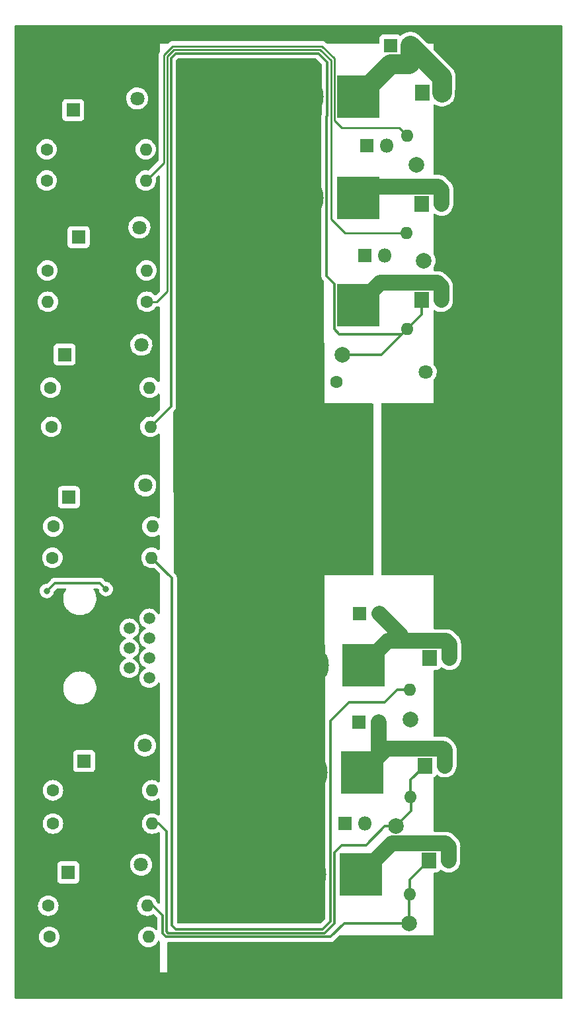
<source format=gbl>
G04 #@! TF.GenerationSoftware,KiCad,Pcbnew,(6.0.5)*
G04 #@! TF.CreationDate,2023-06-10T16:45:34-04:00*
G04 #@! TF.ProjectId,CaelusRocketPCB,4361656c-7573-4526-9f63-6b6574504342,rev?*
G04 #@! TF.SameCoordinates,Original*
G04 #@! TF.FileFunction,Copper,L4,Bot*
G04 #@! TF.FilePolarity,Positive*
%FSLAX46Y46*%
G04 Gerber Fmt 4.6, Leading zero omitted, Abs format (unit mm)*
G04 Created by KiCad (PCBNEW (6.0.5)) date 2023-06-10 16:45:34*
%MOMM*%
%LPD*%
G01*
G04 APERTURE LIST*
G04 #@! TA.AperFunction,ComponentPad*
%ADD10C,1.600000*%
G04 #@! TD*
G04 #@! TA.AperFunction,ComponentPad*
%ADD11O,1.600000X1.600000*%
G04 #@! TD*
G04 #@! TA.AperFunction,ComponentPad*
%ADD12R,1.800000X1.800000*%
G04 #@! TD*
G04 #@! TA.AperFunction,ComponentPad*
%ADD13O,1.800000X1.800000*%
G04 #@! TD*
G04 #@! TA.AperFunction,ComponentPad*
%ADD14C,5.000000*%
G04 #@! TD*
G04 #@! TA.AperFunction,ComponentPad*
%ADD15R,1.905000X2.000000*%
G04 #@! TD*
G04 #@! TA.AperFunction,ComponentPad*
%ADD16O,1.905000X2.000000*%
G04 #@! TD*
G04 #@! TA.AperFunction,ComponentPad*
%ADD17C,2.000000*%
G04 #@! TD*
G04 #@! TA.AperFunction,ComponentPad*
%ADD18R,5.516000X5.516000*%
G04 #@! TD*
G04 #@! TA.AperFunction,ComponentPad*
%ADD19C,5.516000*%
G04 #@! TD*
G04 #@! TA.AperFunction,ComponentPad*
%ADD20C,1.800000*%
G04 #@! TD*
G04 #@! TA.AperFunction,ComponentPad*
%ADD21R,1.500000X1.500000*%
G04 #@! TD*
G04 #@! TA.AperFunction,ComponentPad*
%ADD22C,1.500000*%
G04 #@! TD*
G04 #@! TA.AperFunction,ViaPad*
%ADD23C,0.800000*%
G04 #@! TD*
G04 #@! TA.AperFunction,Conductor*
%ADD24C,0.300000*%
G04 #@! TD*
G04 #@! TA.AperFunction,Conductor*
%ADD25C,2.000000*%
G04 #@! TD*
G04 #@! TA.AperFunction,Conductor*
%ADD26C,2.500000*%
G04 #@! TD*
G04 #@! TA.AperFunction,Conductor*
%ADD27C,0.250000*%
G04 #@! TD*
G04 APERTURE END LIST*
D10*
X137500000Y-140750000D03*
D11*
X150200000Y-140750000D03*
D12*
X139500000Y-137000000D03*
D13*
X142040000Y-137000000D03*
D12*
X177455244Y-106099755D03*
D13*
X179995244Y-106099755D03*
D10*
X195450978Y-103250000D03*
D11*
X182750978Y-103250000D03*
D14*
X136000000Y-80000000D03*
D15*
X185600000Y-183500000D03*
D16*
X188140000Y-183500000D03*
X190680000Y-183500000D03*
D10*
X137250000Y-128000000D03*
D11*
X149950000Y-128000000D03*
D14*
X199000000Y-198000000D03*
D17*
X183234200Y-165398200D03*
D18*
X176595244Y-112404755D03*
D19*
X169395244Y-112404755D03*
D12*
X177700978Y-92000000D03*
D13*
X180240978Y-92000000D03*
D12*
X146750000Y-135500000D03*
D20*
X149290000Y-135500000D03*
D10*
X173750000Y-122250000D03*
D11*
X161050000Y-122250000D03*
D12*
X146210000Y-184000000D03*
D20*
X148750000Y-184000000D03*
D10*
X136750000Y-108000000D03*
D11*
X149450000Y-108000000D03*
D12*
X140045000Y-87500000D03*
D13*
X137505000Y-87500000D03*
D15*
X185128079Y-171333489D03*
D16*
X187668079Y-171333489D03*
X190208079Y-171333489D03*
D10*
X195978079Y-175333489D03*
D11*
X183278079Y-175333489D03*
D12*
X146000000Y-102500000D03*
D20*
X148540000Y-102500000D03*
D18*
X176950000Y-185250000D03*
D19*
X169750000Y-185250000D03*
D12*
X176650000Y-165750000D03*
D13*
X179190000Y-165750000D03*
D10*
X137460000Y-174500000D03*
D11*
X150160000Y-174500000D03*
D10*
X137460000Y-178750000D03*
D11*
X150160000Y-178750000D03*
D12*
X139415000Y-185000000D03*
D13*
X141955000Y-185000000D03*
D10*
X136650000Y-96500000D03*
D11*
X149350000Y-96500000D03*
D10*
X137400000Y-144750000D03*
D11*
X150100000Y-144750000D03*
D12*
X187750000Y-121000000D03*
D20*
X185210000Y-121000000D03*
D10*
X195850000Y-187750000D03*
D11*
X183150000Y-187750000D03*
D10*
X136650000Y-92500000D03*
D11*
X149350000Y-92500000D03*
D10*
X149500000Y-112000000D03*
D11*
X136800000Y-112000000D03*
D15*
X184750000Y-85250000D03*
D16*
X187290000Y-85250000D03*
X189830000Y-85250000D03*
D10*
X195834200Y-161648200D03*
D11*
X183134200Y-161648200D03*
D10*
X137150000Y-123000000D03*
D11*
X149850000Y-123000000D03*
D17*
X184000000Y-94500000D03*
D14*
X199000000Y-80000000D03*
D18*
X176550978Y-98750000D03*
D19*
X169350978Y-98750000D03*
D12*
X174850000Y-178750000D03*
D13*
X177390000Y-178750000D03*
D18*
X182850000Y-134500000D03*
D19*
X175650000Y-134500000D03*
D10*
X195500000Y-90750000D03*
D11*
X182800000Y-90750000D03*
D12*
X141460000Y-170750000D03*
D13*
X138920000Y-170750000D03*
D12*
X145725000Y-86000000D03*
D20*
X148265000Y-86000000D03*
D17*
X174500000Y-118750000D03*
D12*
X146250000Y-117500000D03*
D20*
X148790000Y-117500000D03*
D10*
X195500000Y-115500000D03*
D11*
X182800000Y-115500000D03*
D21*
X147250000Y-151250000D03*
D22*
X149790000Y-152520000D03*
X147250000Y-153790000D03*
X149790000Y-155060000D03*
X147250000Y-156330000D03*
X149790000Y-157600000D03*
X147250000Y-158870000D03*
X149790000Y-160140000D03*
D12*
X146710000Y-168750000D03*
D20*
X149250000Y-168750000D03*
D15*
X184665244Y-111794755D03*
D16*
X187205244Y-111794755D03*
X189745244Y-111794755D03*
D12*
X176748200Y-151898200D03*
D13*
X179288200Y-151898200D03*
D12*
X140750000Y-103750000D03*
D13*
X138210000Y-103750000D03*
D18*
X177100000Y-172250000D03*
D19*
X169900000Y-172250000D03*
D15*
X185694200Y-157593200D03*
D16*
X188234200Y-157593200D03*
X190774200Y-157593200D03*
D17*
X181378079Y-179083489D03*
D10*
X137000000Y-193250000D03*
D11*
X149700000Y-193250000D03*
D17*
X184950978Y-106750000D03*
D14*
X136000000Y-198000000D03*
D12*
X138955000Y-118750000D03*
D13*
X141495000Y-118750000D03*
D18*
X176600000Y-85750000D03*
D19*
X169400000Y-85750000D03*
D10*
X136860000Y-189250000D03*
D11*
X149560000Y-189250000D03*
D12*
X180705000Y-79250000D03*
D13*
X183245000Y-79250000D03*
D18*
X177248200Y-158502200D03*
D19*
X170048200Y-158502200D03*
D17*
X183100000Y-191500000D03*
D15*
X184700978Y-99500000D03*
D16*
X187240978Y-99500000D03*
X189780978Y-99500000D03*
D23*
X144250000Y-148750000D03*
X136672980Y-149000000D03*
D24*
X173525000Y-191475000D02*
X173525000Y-182459978D01*
X151981031Y-192564603D02*
X151981031Y-179771031D01*
X151981031Y-179771031D02*
X150960000Y-178750000D01*
X183378079Y-175433489D02*
X183278079Y-175333489D01*
X172750000Y-192250000D02*
X173525000Y-191475000D01*
X150960000Y-178750000D02*
X150160000Y-178750000D01*
X183278079Y-173183489D02*
X185128079Y-171333489D01*
X181378079Y-179083489D02*
X183378079Y-177083489D01*
X174484978Y-181500000D02*
X177547355Y-181500000D01*
X152166426Y-192749998D02*
X151981031Y-192564603D01*
X173525000Y-182459978D02*
X174484978Y-181500000D01*
X177547355Y-181500000D02*
X179963866Y-179083489D01*
X172272028Y-192750000D02*
X172814517Y-192207511D01*
X152227972Y-192750000D02*
X172272028Y-192750000D01*
X183378079Y-177083489D02*
X183378079Y-175433489D01*
X183278079Y-175333489D02*
X183278079Y-173183489D01*
X179963866Y-179083489D02*
X181378079Y-179083489D01*
X136672980Y-149000000D02*
X137692501Y-147980479D01*
X137692501Y-147980479D02*
X143480479Y-147980479D01*
X143480479Y-147980479D02*
X144250000Y-148750000D01*
D25*
X186852989Y-97300489D02*
X187240978Y-97688478D01*
X187240978Y-97688478D02*
X187240978Y-99500000D01*
X178000489Y-97300489D02*
X186852989Y-97300489D01*
X176550978Y-98750000D02*
X178000489Y-97300489D01*
X180216022Y-169133978D02*
X187428568Y-169133978D01*
X179190000Y-170160000D02*
X177100000Y-172250000D01*
X187428568Y-169133978D02*
X187668079Y-169373489D01*
X177100000Y-172250000D02*
X180216022Y-169133978D01*
X187668079Y-169373489D02*
X187668079Y-171333489D01*
X179190000Y-165750000D02*
X179190000Y-170160000D01*
X179404755Y-109595244D02*
X186700733Y-109595244D01*
X187205244Y-110099755D02*
X187205244Y-111794755D01*
X176595244Y-112404755D02*
X179404755Y-109595244D01*
X186700733Y-109595244D02*
X187205244Y-110099755D01*
X180899511Y-181300489D02*
X187752011Y-181300489D01*
X188140000Y-181688478D02*
X188140000Y-183500000D01*
X176950000Y-185250000D02*
X180899511Y-181300489D01*
X187752011Y-181300489D02*
X188140000Y-181688478D01*
X188234200Y-155781678D02*
X188234200Y-157593200D01*
X181979689Y-155393689D02*
X187846211Y-155393689D01*
X177248200Y-158502200D02*
X180356711Y-155393689D01*
X187846211Y-155393689D02*
X188234200Y-155781678D01*
X179288200Y-151898200D02*
X181979689Y-154589689D01*
X180356711Y-155393689D02*
X181979689Y-155393689D01*
X181979689Y-154589689D02*
X181979689Y-155393689D01*
D26*
X176600000Y-85750000D02*
X180750489Y-81599511D01*
X183245000Y-81409022D02*
X183245000Y-79250000D01*
X180750489Y-81599511D02*
X183054511Y-81599511D01*
X187290000Y-85250000D02*
X187290000Y-83295000D01*
X187290000Y-83295000D02*
X183245000Y-79250000D01*
X183054511Y-81599511D02*
X183245000Y-81409022D01*
D24*
X171474520Y-80224520D02*
X172593449Y-81343449D01*
X172593449Y-88250000D02*
X172493449Y-88350000D01*
X179550000Y-118750000D02*
X182800000Y-115500000D01*
X152571447Y-80821447D02*
X153168374Y-80224520D01*
X172500000Y-89277875D02*
X172500000Y-108715022D01*
X174500000Y-118750000D02*
X179550000Y-118750000D01*
X173487733Y-115512266D02*
X174130711Y-116155244D01*
X149950000Y-128000000D02*
X152571447Y-125378553D01*
X172493449Y-88350000D02*
X172493449Y-89271324D01*
X184665244Y-113634756D02*
X182800000Y-115500000D01*
X174130711Y-116155244D02*
X182144756Y-116155244D01*
X184665244Y-111794755D02*
X184665244Y-113634756D01*
X153168374Y-80224520D02*
X171474520Y-80224520D01*
X172500000Y-108715022D02*
X173487733Y-109702755D01*
X182144756Y-116155244D02*
X182800000Y-115500000D01*
X172493449Y-89271324D02*
X172500000Y-89277875D01*
X152571447Y-125378553D02*
X152571447Y-80821447D01*
X172593449Y-81343449D02*
X172593449Y-88250000D01*
X173487733Y-109702755D02*
X173487733Y-115512266D01*
X183100000Y-191500000D02*
X183100000Y-187800000D01*
X183100000Y-187800000D02*
X183150000Y-187750000D01*
X183150000Y-187750000D02*
X183150000Y-185950000D01*
X173000000Y-193250000D02*
X174750000Y-191500000D01*
X183150000Y-185950000D02*
X185600000Y-183500000D01*
X151960002Y-193250002D02*
X173021546Y-193250002D01*
X149560000Y-189250000D02*
X150250000Y-189250000D01*
X174750000Y-191500000D02*
X183100000Y-191500000D01*
X150250000Y-189250000D02*
X151481511Y-190481511D01*
X151481512Y-192771512D02*
X151960002Y-193250002D01*
X151481511Y-190481511D02*
X151481512Y-192771512D01*
X171933067Y-192250481D02*
X153187546Y-192250481D01*
X173025480Y-165624520D02*
X175397800Y-163252200D01*
X153187546Y-192250481D02*
X152679546Y-191742481D01*
X181602200Y-161648200D02*
X183134200Y-161648200D01*
X175397800Y-163252200D02*
X179998200Y-163252200D01*
X152679546Y-191742481D02*
X152679546Y-147329546D01*
X179998200Y-163252200D02*
X181602200Y-161648200D01*
X173025480Y-191224520D02*
X173025480Y-165624520D01*
X152679546Y-147329546D02*
X150100000Y-144750000D01*
X172000000Y-192250000D02*
X173025480Y-191224520D01*
D27*
X174885956Y-103250000D02*
X182750978Y-103250000D01*
X152096927Y-110653073D02*
X152096928Y-80624894D01*
X152971822Y-79750000D02*
X171671072Y-79750000D01*
X152096928Y-80624894D02*
X152971822Y-79750000D01*
X149500000Y-112000000D02*
X150750000Y-112000000D01*
X150750000Y-112000000D02*
X152096927Y-110653073D01*
X171671072Y-79750000D02*
X173067969Y-81146897D01*
X173067969Y-101432013D02*
X174885956Y-103250000D01*
X173067969Y-81146897D02*
X173067969Y-101432013D01*
X151647408Y-94202592D02*
X149350000Y-96500000D01*
X151647408Y-80438696D02*
X151647408Y-94202592D01*
X182800000Y-90750000D02*
X181800000Y-89750000D01*
X152785624Y-79300480D02*
X151647408Y-80438696D01*
X171927980Y-79300480D02*
X152785624Y-79300480D01*
X173517489Y-88832511D02*
X173517489Y-80889989D01*
X173517489Y-80889989D02*
X171927980Y-79300480D01*
X181800000Y-89750000D02*
X174434978Y-89750000D01*
X174434978Y-89750000D02*
X173517489Y-88832511D01*
G04 #@! TA.AperFunction,Conductor*
G36*
X171217691Y-80903022D02*
G01*
X171238665Y-80919925D01*
X171898044Y-81579304D01*
X171932070Y-81641616D01*
X171934949Y-81668399D01*
X171934949Y-87957963D01*
X171920342Y-88011353D01*
X171922144Y-88012133D01*
X171903795Y-88054535D01*
X171898573Y-88065195D01*
X171876325Y-88105663D01*
X171870990Y-88126441D01*
X171864591Y-88145131D01*
X171856069Y-88164824D01*
X171854829Y-88172655D01*
X171848843Y-88210448D01*
X171846436Y-88222071D01*
X171834949Y-88266812D01*
X171834949Y-88288259D01*
X171833398Y-88307969D01*
X171830043Y-88329152D01*
X171830789Y-88337043D01*
X171834390Y-88375138D01*
X171834949Y-88386996D01*
X171834949Y-89189268D01*
X171834390Y-89201124D01*
X171832661Y-89208861D01*
X171832910Y-89216783D01*
X171834887Y-89279693D01*
X171834949Y-89283651D01*
X171834949Y-89312756D01*
X171835505Y-89317156D01*
X171836437Y-89328988D01*
X171837887Y-89375155D01*
X171839996Y-89382413D01*
X171841500Y-89401532D01*
X171841500Y-108632966D01*
X171840941Y-108644822D01*
X171839212Y-108652559D01*
X171839461Y-108660481D01*
X171841438Y-108723391D01*
X171841500Y-108727349D01*
X171841500Y-108756454D01*
X171842056Y-108760854D01*
X171842988Y-108772686D01*
X171844438Y-108818853D01*
X171846650Y-108826466D01*
X171846650Y-108826467D01*
X171850419Y-108839438D01*
X171854430Y-108858804D01*
X171857118Y-108880086D01*
X171860034Y-108887451D01*
X171860035Y-108887455D01*
X171874126Y-108923043D01*
X171877965Y-108934253D01*
X171890855Y-108978622D01*
X171901775Y-108997087D01*
X171910466Y-109014827D01*
X171918365Y-109034778D01*
X171942293Y-109067712D01*
X171945516Y-109072148D01*
X171952033Y-109082070D01*
X171971507Y-109114999D01*
X171971510Y-109115003D01*
X171975547Y-109121829D01*
X171990711Y-109136993D01*
X172003551Y-109152026D01*
X172016159Y-109169379D01*
X172051752Y-109198824D01*
X172060532Y-109206814D01*
X172163959Y-109310241D01*
X172197985Y-109372553D01*
X172200863Y-109398939D01*
X172250000Y-125000000D01*
X178374000Y-125000000D01*
X178442121Y-125020002D01*
X178488614Y-125073658D01*
X178500000Y-125126000D01*
X178500000Y-146874000D01*
X178479998Y-146942121D01*
X178426342Y-146988614D01*
X178374002Y-147000000D01*
X173056271Y-146999981D01*
X172291700Y-146999978D01*
X172273584Y-146999978D01*
X172297756Y-164666442D01*
X172333693Y-190932685D01*
X172313784Y-191000833D01*
X172296788Y-191021952D01*
X171857467Y-191461273D01*
X171795155Y-191495299D01*
X171768265Y-191498178D01*
X153463935Y-191482263D01*
X153395833Y-191462202D01*
X153349387Y-191408506D01*
X153338046Y-191356263D01*
X153338046Y-147411605D01*
X153338605Y-147399749D01*
X153340335Y-147392009D01*
X153338108Y-147321157D01*
X153338046Y-147317199D01*
X153338046Y-147288114D01*
X153337492Y-147283725D01*
X153336559Y-147271883D01*
X153335357Y-147233640D01*
X153335108Y-147225715D01*
X153329126Y-147205125D01*
X153325116Y-147185762D01*
X153323421Y-147172342D01*
X153323421Y-147172341D01*
X153322428Y-147164482D01*
X153319512Y-147157117D01*
X153319511Y-147157113D01*
X153305420Y-147121525D01*
X153301581Y-147110315D01*
X153288691Y-147065946D01*
X153277771Y-147047481D01*
X153269080Y-147029741D01*
X153261181Y-147009790D01*
X153234028Y-146972417D01*
X153227513Y-146962498D01*
X153208039Y-146929569D01*
X153208036Y-146929565D01*
X153203999Y-146922739D01*
X153188835Y-146907575D01*
X153175994Y-146892541D01*
X153168047Y-146881603D01*
X153163387Y-146875189D01*
X153127793Y-146845743D01*
X153119014Y-146837754D01*
X152983658Y-146702398D01*
X152949632Y-146640086D01*
X152946753Y-146613558D01*
X152905121Y-126028584D01*
X152924986Y-125960423D01*
X152942026Y-125939234D01*
X152979052Y-125902208D01*
X152987832Y-125894218D01*
X152987834Y-125894216D01*
X152994527Y-125889969D01*
X153043052Y-125838295D01*
X153045806Y-125835454D01*
X153066374Y-125814886D01*
X153069094Y-125811379D01*
X153076800Y-125802357D01*
X153102991Y-125774466D01*
X153108419Y-125768686D01*
X153112241Y-125761734D01*
X153118750Y-125749895D01*
X153129604Y-125733371D01*
X153137892Y-125722685D01*
X153142751Y-125716421D01*
X153145899Y-125709147D01*
X153161101Y-125674018D01*
X153166323Y-125663358D01*
X153184752Y-125629837D01*
X153184753Y-125629835D01*
X153188571Y-125622890D01*
X153193906Y-125602112D01*
X153200305Y-125583422D01*
X153208827Y-125563729D01*
X153216053Y-125518105D01*
X153218460Y-125506482D01*
X153227975Y-125469421D01*
X153229947Y-125461741D01*
X153229947Y-125440294D01*
X153231498Y-125420584D01*
X153233613Y-125407230D01*
X153234853Y-125399401D01*
X153230506Y-125353412D01*
X153229947Y-125341557D01*
X153229947Y-81146398D01*
X153249949Y-81078277D01*
X153266851Y-81057303D01*
X153404228Y-80919925D01*
X153466540Y-80885900D01*
X153493324Y-80883020D01*
X171149570Y-80883020D01*
X171217691Y-80903022D01*
G37*
G04 #@! TD.AperFunction*
G04 #@! TA.AperFunction,Conductor*
G36*
X202683621Y-76632502D02*
G01*
X202730114Y-76686158D01*
X202741500Y-76738500D01*
X202741500Y-201015500D01*
X202721498Y-201083621D01*
X202667842Y-201130114D01*
X202615500Y-201141500D01*
X186336000Y-201141500D01*
X186267879Y-201121498D01*
X186221386Y-201067842D01*
X186210000Y-201015500D01*
X186210000Y-185134500D01*
X186230002Y-185066379D01*
X186283658Y-185019886D01*
X186336000Y-185008500D01*
X186600634Y-185008500D01*
X186662816Y-185001745D01*
X186799205Y-184950615D01*
X186915761Y-184863261D01*
X187003115Y-184746705D01*
X187006728Y-184737067D01*
X187007512Y-184736024D01*
X187010577Y-184730425D01*
X187011385Y-184730867D01*
X187049368Y-184680302D01*
X187115929Y-184655600D01*
X187185278Y-184670806D01*
X187204687Y-184683929D01*
X187269379Y-184737067D01*
X187276278Y-184742734D01*
X187280646Y-184745276D01*
X187471027Y-184856081D01*
X187486078Y-184864841D01*
X187490801Y-184866654D01*
X187707972Y-184950018D01*
X187707979Y-184950020D01*
X187712702Y-184951833D01*
X187743418Y-184958250D01*
X187759708Y-184962813D01*
X187765515Y-184964870D01*
X187828780Y-184976140D01*
X187832432Y-184976846D01*
X187950320Y-185001474D01*
X187955371Y-185001703D01*
X187955376Y-185001704D01*
X187964110Y-185002100D01*
X187969840Y-185002360D01*
X187986209Y-185004182D01*
X188002037Y-185007001D01*
X188030560Y-185007350D01*
X188095726Y-185008146D01*
X188099901Y-185008267D01*
X188187762Y-185012257D01*
X188187769Y-185012257D01*
X188192817Y-185012486D01*
X188209491Y-185010557D01*
X188225507Y-185009731D01*
X188232214Y-185009813D01*
X188237094Y-185009873D01*
X188237096Y-185009873D01*
X188242263Y-185009936D01*
X188324962Y-184997282D01*
X188329517Y-184996669D01*
X188433956Y-184984585D01*
X188457095Y-184978037D01*
X188472331Y-184974730D01*
X188479744Y-184973596D01*
X188522202Y-184959719D01*
X188526993Y-184958258D01*
X188667532Y-184918490D01*
X188672108Y-184916356D01*
X188672114Y-184916354D01*
X188882954Y-184818038D01*
X188882958Y-184818036D01*
X188887536Y-184815901D01*
X189088307Y-184679456D01*
X189264681Y-184512668D01*
X189267760Y-184508641D01*
X189409047Y-184323846D01*
X189409050Y-184323842D01*
X189412120Y-184319826D01*
X189526831Y-184105891D01*
X189605862Y-183876369D01*
X189647179Y-183637164D01*
X189648500Y-183608075D01*
X189648500Y-181712480D01*
X189648549Y-181708961D01*
X189651193Y-181614328D01*
X189651193Y-181614325D01*
X189651334Y-181609273D01*
X189640941Y-181531380D01*
X189640241Y-181524831D01*
X189634346Y-181451555D01*
X189634345Y-181451551D01*
X189633940Y-181446513D01*
X189626101Y-181414600D01*
X189623573Y-181401216D01*
X189619898Y-181373672D01*
X189619229Y-181368658D01*
X189617767Y-181363815D01*
X189596522Y-181293449D01*
X189594781Y-181287086D01*
X189577244Y-181215687D01*
X189576037Y-181210772D01*
X189563199Y-181180526D01*
X189558561Y-181167715D01*
X189550530Y-181141116D01*
X189549067Y-181136270D01*
X189546849Y-181131722D01*
X189546846Y-181131715D01*
X189514629Y-181065660D01*
X189511893Y-181059658D01*
X189483162Y-180991973D01*
X189481188Y-180987322D01*
X189463681Y-180959522D01*
X189457052Y-180947612D01*
X189442654Y-180918090D01*
X189397357Y-180853878D01*
X189393699Y-180848392D01*
X189354529Y-180786192D01*
X189354528Y-180786191D01*
X189351833Y-180781911D01*
X189348492Y-180778122D01*
X189348488Y-180778116D01*
X189330102Y-180757261D01*
X189321656Y-180746566D01*
X189305009Y-180722968D01*
X189302726Y-180719731D01*
X189283091Y-180698228D01*
X189243375Y-180658512D01*
X189237956Y-180652742D01*
X189194650Y-180603620D01*
X189194647Y-180603617D01*
X189191302Y-180599823D01*
X189159011Y-180573299D01*
X189149892Y-180565029D01*
X188835686Y-180250823D01*
X188833232Y-180248301D01*
X188768149Y-180179477D01*
X188768146Y-180179475D01*
X188764679Y-180175808D01*
X188702250Y-180128078D01*
X188697119Y-180123937D01*
X188641144Y-180076298D01*
X188641143Y-180076297D01*
X188637291Y-180073019D01*
X188632966Y-180070400D01*
X188632961Y-180070396D01*
X188609187Y-180055998D01*
X188597940Y-180048326D01*
X188571837Y-180028369D01*
X188502603Y-179991246D01*
X188496879Y-179987982D01*
X188429653Y-179947268D01*
X188399192Y-179934961D01*
X188386852Y-179929181D01*
X188362361Y-179916049D01*
X188362362Y-179916049D01*
X188357902Y-179913658D01*
X188353121Y-179912012D01*
X188353117Y-179912010D01*
X188283610Y-179888077D01*
X188277432Y-179885767D01*
X188209277Y-179858231D01*
X188209278Y-179858231D01*
X188204582Y-179856334D01*
X188172550Y-179849057D01*
X188159452Y-179845326D01*
X188128380Y-179834627D01*
X188050911Y-179821246D01*
X188044507Y-179819966D01*
X187967867Y-179802554D01*
X187935058Y-179800490D01*
X187921558Y-179798904D01*
X187889175Y-179793310D01*
X187885218Y-179793130D01*
X187885215Y-179793130D01*
X187861505Y-179792053D01*
X187861486Y-179792053D01*
X187860086Y-179791989D01*
X187803903Y-179791989D01*
X187795991Y-179791740D01*
X187790397Y-179791388D01*
X187725598Y-179787311D01*
X187686556Y-179791139D01*
X187684019Y-179791388D01*
X187671723Y-179791989D01*
X186336000Y-179791989D01*
X186267879Y-179771987D01*
X186221386Y-179718331D01*
X186210000Y-179665989D01*
X186210000Y-172915400D01*
X186230002Y-172847279D01*
X186283658Y-172800786D01*
X186291769Y-172797418D01*
X186302975Y-172793217D01*
X186327284Y-172784104D01*
X186443840Y-172696750D01*
X186531194Y-172580194D01*
X186534807Y-172570556D01*
X186535591Y-172569513D01*
X186538656Y-172563914D01*
X186539464Y-172564356D01*
X186577447Y-172513791D01*
X186644008Y-172489089D01*
X186713357Y-172504295D01*
X186732766Y-172517418D01*
X186797458Y-172570556D01*
X186804357Y-172576223D01*
X186808725Y-172578765D01*
X186999106Y-172689570D01*
X187014157Y-172698330D01*
X187018880Y-172700143D01*
X187236051Y-172783507D01*
X187236058Y-172783509D01*
X187240781Y-172785322D01*
X187271497Y-172791739D01*
X187287787Y-172796302D01*
X187293594Y-172798359D01*
X187356859Y-172809629D01*
X187360511Y-172810335D01*
X187478399Y-172834963D01*
X187483450Y-172835192D01*
X187483455Y-172835193D01*
X187492189Y-172835589D01*
X187497919Y-172835849D01*
X187514288Y-172837671D01*
X187530116Y-172840490D01*
X187558639Y-172840839D01*
X187623805Y-172841635D01*
X187627980Y-172841756D01*
X187715841Y-172845746D01*
X187715848Y-172845746D01*
X187720896Y-172845975D01*
X187737570Y-172844046D01*
X187753586Y-172843220D01*
X187760293Y-172843302D01*
X187765173Y-172843362D01*
X187765175Y-172843362D01*
X187770342Y-172843425D01*
X187853041Y-172830771D01*
X187857596Y-172830158D01*
X187962035Y-172818074D01*
X187985174Y-172811526D01*
X188000410Y-172808219D01*
X188007823Y-172807085D01*
X188050281Y-172793208D01*
X188055072Y-172791747D01*
X188195611Y-172751979D01*
X188200187Y-172749845D01*
X188200193Y-172749843D01*
X188411033Y-172651527D01*
X188411037Y-172651525D01*
X188415615Y-172649390D01*
X188616386Y-172512945D01*
X188792760Y-172346157D01*
X188795839Y-172342130D01*
X188937126Y-172157335D01*
X188937129Y-172157331D01*
X188940199Y-172153315D01*
X189054910Y-171939380D01*
X189133941Y-171709858D01*
X189175258Y-171470653D01*
X189176579Y-171441564D01*
X189176579Y-169397505D01*
X189176628Y-169393987D01*
X189179272Y-169299339D01*
X189179272Y-169299336D01*
X189179413Y-169294284D01*
X189169020Y-169216391D01*
X189168320Y-169209842D01*
X189162425Y-169136566D01*
X189162424Y-169136562D01*
X189162019Y-169131524D01*
X189154180Y-169099611D01*
X189151652Y-169086227D01*
X189147977Y-169058683D01*
X189147308Y-169053669D01*
X189128162Y-168990255D01*
X189124601Y-168978460D01*
X189122860Y-168972097D01*
X189105323Y-168900698D01*
X189104116Y-168895783D01*
X189091278Y-168865537D01*
X189086640Y-168852726D01*
X189078609Y-168826127D01*
X189077146Y-168821281D01*
X189074928Y-168816733D01*
X189074925Y-168816726D01*
X189042708Y-168750671D01*
X189039972Y-168744669D01*
X189011241Y-168676984D01*
X189009267Y-168672333D01*
X188991760Y-168644533D01*
X188985131Y-168632623D01*
X188970733Y-168603101D01*
X188925436Y-168538889D01*
X188921778Y-168533403D01*
X188882608Y-168471203D01*
X188882607Y-168471202D01*
X188879912Y-168466922D01*
X188876571Y-168463133D01*
X188876567Y-168463127D01*
X188858181Y-168442272D01*
X188849735Y-168431577D01*
X188833088Y-168407979D01*
X188830805Y-168404742D01*
X188811170Y-168383239D01*
X188771454Y-168343523D01*
X188766035Y-168337753D01*
X188722729Y-168288631D01*
X188722726Y-168288628D01*
X188719381Y-168284834D01*
X188687090Y-168258310D01*
X188677971Y-168250040D01*
X188512243Y-168084312D01*
X188509789Y-168081790D01*
X188444706Y-168012966D01*
X188444703Y-168012964D01*
X188441236Y-168009297D01*
X188378807Y-167961567D01*
X188373676Y-167957426D01*
X188317701Y-167909787D01*
X188317700Y-167909786D01*
X188313848Y-167906508D01*
X188309523Y-167903889D01*
X188309518Y-167903885D01*
X188285744Y-167889487D01*
X188274497Y-167881815D01*
X188248394Y-167861858D01*
X188179160Y-167824735D01*
X188173436Y-167821471D01*
X188110534Y-167783376D01*
X188106210Y-167780757D01*
X188075749Y-167768450D01*
X188063409Y-167762670D01*
X188038918Y-167749538D01*
X188038919Y-167749538D01*
X188034459Y-167747147D01*
X188029678Y-167745501D01*
X188029674Y-167745499D01*
X187960167Y-167721566D01*
X187953989Y-167719256D01*
X187885834Y-167691720D01*
X187885835Y-167691720D01*
X187881139Y-167689823D01*
X187849107Y-167682546D01*
X187836009Y-167678815D01*
X187804937Y-167668116D01*
X187727468Y-167654735D01*
X187721064Y-167653455D01*
X187644424Y-167636043D01*
X187611615Y-167633979D01*
X187598115Y-167632393D01*
X187565732Y-167626799D01*
X187561775Y-167626619D01*
X187561772Y-167626619D01*
X187538062Y-167625542D01*
X187538043Y-167625542D01*
X187536643Y-167625478D01*
X187480460Y-167625478D01*
X187472548Y-167625229D01*
X187466954Y-167624877D01*
X187402155Y-167620800D01*
X187363113Y-167624628D01*
X187360576Y-167624877D01*
X187348280Y-167625478D01*
X186336000Y-167625478D01*
X186267879Y-167605476D01*
X186221386Y-167551820D01*
X186210000Y-167499478D01*
X186210000Y-159227700D01*
X186230002Y-159159579D01*
X186283658Y-159113086D01*
X186336000Y-159101700D01*
X186694834Y-159101700D01*
X186757016Y-159094945D01*
X186893405Y-159043815D01*
X187009961Y-158956461D01*
X187097315Y-158839905D01*
X187100928Y-158830267D01*
X187101712Y-158829224D01*
X187104777Y-158823625D01*
X187105585Y-158824067D01*
X187143568Y-158773502D01*
X187210129Y-158748800D01*
X187279478Y-158764006D01*
X187298887Y-158777129D01*
X187363579Y-158830267D01*
X187370478Y-158835934D01*
X187374846Y-158838476D01*
X187565227Y-158949281D01*
X187580278Y-158958041D01*
X187585001Y-158959854D01*
X187802172Y-159043218D01*
X187802179Y-159043220D01*
X187806902Y-159045033D01*
X187837618Y-159051450D01*
X187853908Y-159056013D01*
X187859715Y-159058070D01*
X187922980Y-159069340D01*
X187926632Y-159070046D01*
X188044520Y-159094674D01*
X188049571Y-159094903D01*
X188049576Y-159094904D01*
X188058310Y-159095300D01*
X188064040Y-159095560D01*
X188080409Y-159097382D01*
X188096237Y-159100201D01*
X188124760Y-159100550D01*
X188189926Y-159101346D01*
X188194101Y-159101467D01*
X188281962Y-159105457D01*
X188281969Y-159105457D01*
X188287017Y-159105686D01*
X188303691Y-159103757D01*
X188319707Y-159102931D01*
X188326414Y-159103013D01*
X188331294Y-159103073D01*
X188331296Y-159103073D01*
X188336463Y-159103136D01*
X188419162Y-159090482D01*
X188423717Y-159089869D01*
X188528156Y-159077785D01*
X188551295Y-159071237D01*
X188566531Y-159067930D01*
X188573944Y-159066796D01*
X188616402Y-159052919D01*
X188621193Y-159051458D01*
X188761732Y-159011690D01*
X188766308Y-159009556D01*
X188766314Y-159009554D01*
X188977154Y-158911238D01*
X188977158Y-158911236D01*
X188981736Y-158909101D01*
X189182507Y-158772656D01*
X189358881Y-158605868D01*
X189361960Y-158601841D01*
X189503247Y-158417046D01*
X189503250Y-158417042D01*
X189506320Y-158413026D01*
X189621031Y-158199091D01*
X189700062Y-157969569D01*
X189741379Y-157730364D01*
X189742700Y-157701275D01*
X189742700Y-155805680D01*
X189742749Y-155802161D01*
X189745393Y-155707528D01*
X189745393Y-155707525D01*
X189745534Y-155702473D01*
X189735141Y-155624580D01*
X189734441Y-155618031D01*
X189728546Y-155544755D01*
X189728545Y-155544751D01*
X189728140Y-155539713D01*
X189720301Y-155507800D01*
X189717773Y-155494416D01*
X189714098Y-155466872D01*
X189713429Y-155461858D01*
X189690722Y-155386649D01*
X189688981Y-155380286D01*
X189671444Y-155308887D01*
X189670237Y-155303972D01*
X189657399Y-155273726D01*
X189652761Y-155260915D01*
X189643267Y-155229470D01*
X189641049Y-155224922D01*
X189641046Y-155224915D01*
X189608829Y-155158860D01*
X189606093Y-155152858D01*
X189577362Y-155085173D01*
X189575388Y-155080522D01*
X189557881Y-155052722D01*
X189551252Y-155040812D01*
X189536854Y-155011290D01*
X189491557Y-154947078D01*
X189487899Y-154941592D01*
X189448729Y-154879392D01*
X189448728Y-154879391D01*
X189446033Y-154875111D01*
X189442692Y-154871322D01*
X189442688Y-154871316D01*
X189424302Y-154850461D01*
X189415856Y-154839766D01*
X189399209Y-154816168D01*
X189396926Y-154812931D01*
X189377291Y-154791428D01*
X189337575Y-154751712D01*
X189332156Y-154745942D01*
X189288850Y-154696820D01*
X189288847Y-154696817D01*
X189285502Y-154693023D01*
X189253211Y-154666499D01*
X189244092Y-154658229D01*
X188929886Y-154344023D01*
X188927432Y-154341501D01*
X188862349Y-154272677D01*
X188862346Y-154272675D01*
X188858879Y-154269008D01*
X188796450Y-154221278D01*
X188791319Y-154217137D01*
X188735344Y-154169498D01*
X188735343Y-154169497D01*
X188731491Y-154166219D01*
X188727166Y-154163600D01*
X188727161Y-154163596D01*
X188703387Y-154149198D01*
X188692140Y-154141526D01*
X188666037Y-154121569D01*
X188596803Y-154084446D01*
X188591079Y-154081182D01*
X188528177Y-154043087D01*
X188523853Y-154040468D01*
X188493392Y-154028161D01*
X188481052Y-154022381D01*
X188456561Y-154009249D01*
X188456562Y-154009249D01*
X188452102Y-154006858D01*
X188447321Y-154005212D01*
X188447317Y-154005210D01*
X188377810Y-153981277D01*
X188371632Y-153978967D01*
X188303477Y-153951431D01*
X188303478Y-153951431D01*
X188298782Y-153949534D01*
X188266750Y-153942257D01*
X188253652Y-153938526D01*
X188222580Y-153927827D01*
X188145111Y-153914446D01*
X188138707Y-153913166D01*
X188062067Y-153895754D01*
X188029258Y-153893690D01*
X188015758Y-153892104D01*
X187983375Y-153886510D01*
X187979418Y-153886330D01*
X187979415Y-153886330D01*
X187955705Y-153885253D01*
X187955686Y-153885253D01*
X187954286Y-153885189D01*
X187898103Y-153885189D01*
X187890191Y-153884940D01*
X187884597Y-153884588D01*
X187819798Y-153880511D01*
X187780756Y-153884339D01*
X187778219Y-153884588D01*
X187765923Y-153885189D01*
X186336000Y-153885189D01*
X186267879Y-153865187D01*
X186221386Y-153811531D01*
X186210000Y-153759189D01*
X186210000Y-147000000D01*
X179626000Y-147000000D01*
X179557879Y-146979998D01*
X179511386Y-146926342D01*
X179500000Y-146874000D01*
X179500000Y-125126000D01*
X179520002Y-125057879D01*
X179573658Y-125011386D01*
X179626000Y-125000000D01*
X186210000Y-125000000D01*
X186210000Y-122044362D01*
X186230002Y-121976241D01*
X186247060Y-121955111D01*
X186282642Y-121919653D01*
X186286303Y-121916005D01*
X186421458Y-121727917D01*
X186524078Y-121520280D01*
X186591408Y-121298671D01*
X186621640Y-121069041D01*
X186623327Y-121000000D01*
X186617032Y-120923434D01*
X186604773Y-120774318D01*
X186604772Y-120774312D01*
X186604349Y-120769167D01*
X186547925Y-120544533D01*
X186455570Y-120332131D01*
X186329764Y-120137665D01*
X186326290Y-120133847D01*
X186326283Y-120133838D01*
X186242806Y-120042098D01*
X186211754Y-119978252D01*
X186210000Y-119957299D01*
X186210000Y-113180063D01*
X186230002Y-113111942D01*
X186283658Y-113065449D01*
X186353932Y-113055345D01*
X186399381Y-113071164D01*
X186470907Y-113112793D01*
X186551322Y-113159596D01*
X186556045Y-113161409D01*
X186773216Y-113244773D01*
X186773223Y-113244775D01*
X186777946Y-113246588D01*
X186808662Y-113253005D01*
X186824952Y-113257568D01*
X186830759Y-113259625D01*
X186894024Y-113270895D01*
X186897676Y-113271601D01*
X187015564Y-113296229D01*
X187020615Y-113296458D01*
X187020620Y-113296459D01*
X187029354Y-113296855D01*
X187035084Y-113297115D01*
X187051453Y-113298937D01*
X187067281Y-113301756D01*
X187095804Y-113302105D01*
X187160970Y-113302901D01*
X187165145Y-113303022D01*
X187253006Y-113307012D01*
X187253013Y-113307012D01*
X187258061Y-113307241D01*
X187274735Y-113305312D01*
X187290751Y-113304486D01*
X187297458Y-113304568D01*
X187302338Y-113304628D01*
X187302340Y-113304628D01*
X187307507Y-113304691D01*
X187390206Y-113292037D01*
X187394761Y-113291424D01*
X187499200Y-113279340D01*
X187522339Y-113272792D01*
X187537575Y-113269485D01*
X187544988Y-113268351D01*
X187587446Y-113254474D01*
X187592237Y-113253013D01*
X187732776Y-113213245D01*
X187737352Y-113211111D01*
X187737358Y-113211109D01*
X187948198Y-113112793D01*
X187948202Y-113112791D01*
X187952780Y-113110656D01*
X188153551Y-112974211D01*
X188329925Y-112807423D01*
X188333004Y-112803396D01*
X188474291Y-112618601D01*
X188474294Y-112618597D01*
X188477364Y-112614581D01*
X188592075Y-112400646D01*
X188671106Y-112171124D01*
X188712423Y-111931919D01*
X188713744Y-111902830D01*
X188713744Y-110123757D01*
X188713793Y-110120238D01*
X188716437Y-110025605D01*
X188716437Y-110025602D01*
X188716578Y-110020550D01*
X188706185Y-109942657D01*
X188705485Y-109936108D01*
X188699590Y-109862832D01*
X188699589Y-109862828D01*
X188699184Y-109857790D01*
X188691345Y-109825877D01*
X188688817Y-109812493D01*
X188685142Y-109784949D01*
X188684473Y-109779935D01*
X188661766Y-109704726D01*
X188660025Y-109698363D01*
X188642488Y-109626964D01*
X188641281Y-109622049D01*
X188628443Y-109591803D01*
X188623805Y-109578992D01*
X188615774Y-109552393D01*
X188614311Y-109547547D01*
X188612093Y-109542999D01*
X188612090Y-109542992D01*
X188579873Y-109476937D01*
X188577137Y-109470935D01*
X188548406Y-109403250D01*
X188546432Y-109398599D01*
X188528925Y-109370799D01*
X188522296Y-109358889D01*
X188507898Y-109329367D01*
X188462601Y-109265155D01*
X188458943Y-109259669D01*
X188419773Y-109197469D01*
X188419772Y-109197468D01*
X188417077Y-109193188D01*
X188413736Y-109189399D01*
X188413732Y-109189393D01*
X188395346Y-109168538D01*
X188386900Y-109157843D01*
X188370253Y-109134245D01*
X188367970Y-109131008D01*
X188348335Y-109109505D01*
X188308619Y-109069789D01*
X188303200Y-109064019D01*
X188259894Y-109014897D01*
X188259891Y-109014894D01*
X188256546Y-109011100D01*
X188224255Y-108984576D01*
X188215136Y-108976306D01*
X187784408Y-108545578D01*
X187781954Y-108543056D01*
X187716871Y-108474232D01*
X187716868Y-108474230D01*
X187713401Y-108470563D01*
X187650972Y-108422833D01*
X187645841Y-108418692D01*
X187589866Y-108371053D01*
X187589865Y-108371052D01*
X187586013Y-108367774D01*
X187581688Y-108365155D01*
X187581683Y-108365151D01*
X187557909Y-108350753D01*
X187546662Y-108343081D01*
X187520559Y-108323124D01*
X187451325Y-108286001D01*
X187445601Y-108282737D01*
X187433151Y-108275197D01*
X187378375Y-108242023D01*
X187347914Y-108229716D01*
X187335574Y-108223936D01*
X187311083Y-108210804D01*
X187311084Y-108210804D01*
X187306624Y-108208413D01*
X187301843Y-108206767D01*
X187301839Y-108206765D01*
X187232332Y-108182832D01*
X187226154Y-108180522D01*
X187157999Y-108152986D01*
X187158000Y-108152986D01*
X187153304Y-108151089D01*
X187121272Y-108143812D01*
X187108174Y-108140081D01*
X187077102Y-108129382D01*
X186999633Y-108116001D01*
X186993229Y-108114721D01*
X186916589Y-108097309D01*
X186883780Y-108095245D01*
X186870280Y-108093659D01*
X186837897Y-108088065D01*
X186833940Y-108087885D01*
X186833937Y-108087885D01*
X186810227Y-108086808D01*
X186810208Y-108086808D01*
X186808808Y-108086744D01*
X186752625Y-108086744D01*
X186744713Y-108086495D01*
X186739119Y-108086143D01*
X186674320Y-108082066D01*
X186635278Y-108085894D01*
X186632741Y-108086143D01*
X186620445Y-108086744D01*
X186336000Y-108086744D01*
X186267879Y-108066742D01*
X186221386Y-108013086D01*
X186210000Y-107960744D01*
X186210000Y-107618090D01*
X186228567Y-107552255D01*
X186296632Y-107441183D01*
X186299218Y-107436963D01*
X186390083Y-107217594D01*
X186445513Y-106986711D01*
X186464143Y-106750000D01*
X186445513Y-106513289D01*
X186390083Y-106282406D01*
X186299218Y-106063037D01*
X186228567Y-105947745D01*
X186210000Y-105881910D01*
X186210000Y-100864510D01*
X186230002Y-100796389D01*
X186283658Y-100749896D01*
X186353932Y-100739792D01*
X186399381Y-100755612D01*
X186582678Y-100862294D01*
X186582688Y-100862299D01*
X186587056Y-100864841D01*
X186591779Y-100866654D01*
X186808950Y-100950018D01*
X186808957Y-100950020D01*
X186813680Y-100951833D01*
X186844396Y-100958250D01*
X186860686Y-100962813D01*
X186866493Y-100964870D01*
X186929758Y-100976140D01*
X186933410Y-100976846D01*
X187051298Y-101001474D01*
X187056349Y-101001703D01*
X187056354Y-101001704D01*
X187065088Y-101002100D01*
X187070818Y-101002360D01*
X187087187Y-101004182D01*
X187103015Y-101007001D01*
X187131538Y-101007350D01*
X187196704Y-101008146D01*
X187200879Y-101008267D01*
X187288740Y-101012257D01*
X187288747Y-101012257D01*
X187293795Y-101012486D01*
X187310469Y-101010557D01*
X187326485Y-101009731D01*
X187333192Y-101009813D01*
X187338072Y-101009873D01*
X187338074Y-101009873D01*
X187343241Y-101009936D01*
X187425940Y-100997282D01*
X187430495Y-100996669D01*
X187534934Y-100984585D01*
X187558073Y-100978037D01*
X187573309Y-100974730D01*
X187580722Y-100973596D01*
X187623180Y-100959719D01*
X187627971Y-100958258D01*
X187768510Y-100918490D01*
X187773086Y-100916356D01*
X187773092Y-100916354D01*
X187983932Y-100818038D01*
X187983936Y-100818036D01*
X187988514Y-100815901D01*
X188189285Y-100679456D01*
X188365659Y-100512668D01*
X188368738Y-100508641D01*
X188510025Y-100323846D01*
X188510028Y-100323842D01*
X188513098Y-100319826D01*
X188627809Y-100105891D01*
X188706840Y-99876369D01*
X188748157Y-99637164D01*
X188749478Y-99608075D01*
X188749478Y-97712480D01*
X188749527Y-97708961D01*
X188752171Y-97614328D01*
X188752171Y-97614325D01*
X188752312Y-97609273D01*
X188741919Y-97531380D01*
X188741219Y-97524831D01*
X188735324Y-97451555D01*
X188735323Y-97451551D01*
X188734918Y-97446513D01*
X188727079Y-97414600D01*
X188724551Y-97401216D01*
X188720876Y-97373672D01*
X188720207Y-97368658D01*
X188697500Y-97293449D01*
X188695759Y-97287086D01*
X188678222Y-97215687D01*
X188677015Y-97210772D01*
X188664177Y-97180526D01*
X188659539Y-97167715D01*
X188651508Y-97141116D01*
X188650045Y-97136270D01*
X188647827Y-97131722D01*
X188647824Y-97131715D01*
X188615607Y-97065660D01*
X188612871Y-97059658D01*
X188584140Y-96991973D01*
X188582166Y-96987322D01*
X188564659Y-96959522D01*
X188558030Y-96947612D01*
X188543632Y-96918090D01*
X188498335Y-96853878D01*
X188494677Y-96848392D01*
X188455507Y-96786192D01*
X188455506Y-96786191D01*
X188452811Y-96781911D01*
X188449470Y-96778122D01*
X188449466Y-96778116D01*
X188431080Y-96757261D01*
X188422634Y-96746566D01*
X188405987Y-96722968D01*
X188403704Y-96719731D01*
X188384069Y-96698228D01*
X188344353Y-96658512D01*
X188338934Y-96652742D01*
X188295628Y-96603620D01*
X188295625Y-96603617D01*
X188292280Y-96599823D01*
X188259989Y-96573299D01*
X188250870Y-96565029D01*
X187936664Y-96250823D01*
X187934210Y-96248301D01*
X187869127Y-96179477D01*
X187869124Y-96179475D01*
X187865657Y-96175808D01*
X187803228Y-96128078D01*
X187798097Y-96123937D01*
X187742122Y-96076298D01*
X187742121Y-96076297D01*
X187738269Y-96073019D01*
X187733944Y-96070400D01*
X187733939Y-96070396D01*
X187710165Y-96055998D01*
X187698918Y-96048326D01*
X187672815Y-96028369D01*
X187603581Y-95991246D01*
X187597857Y-95987982D01*
X187534955Y-95949887D01*
X187530631Y-95947268D01*
X187500170Y-95934961D01*
X187487830Y-95929181D01*
X187463339Y-95916049D01*
X187463340Y-95916049D01*
X187458880Y-95913658D01*
X187454099Y-95912012D01*
X187454095Y-95912010D01*
X187384588Y-95888077D01*
X187378410Y-95885767D01*
X187310255Y-95858231D01*
X187310256Y-95858231D01*
X187305560Y-95856334D01*
X187273528Y-95849057D01*
X187260430Y-95845326D01*
X187229358Y-95834627D01*
X187151889Y-95821246D01*
X187145485Y-95819966D01*
X187068845Y-95802554D01*
X187036036Y-95800490D01*
X187022536Y-95798904D01*
X186990153Y-95793310D01*
X186986196Y-95793130D01*
X186986193Y-95793130D01*
X186962483Y-95792053D01*
X186962464Y-95792053D01*
X186961064Y-95791989D01*
X186904881Y-95791989D01*
X186896969Y-95791740D01*
X186891375Y-95791388D01*
X186826576Y-95787311D01*
X186787534Y-95791139D01*
X186784997Y-95791388D01*
X186772701Y-95791989D01*
X186336000Y-95791989D01*
X186267879Y-95771987D01*
X186221386Y-95718331D01*
X186210000Y-95665989D01*
X186210000Y-86880508D01*
X186230002Y-86812387D01*
X186283658Y-86765894D01*
X186353932Y-86755790D01*
X186394664Y-86770087D01*
X186394991Y-86769424D01*
X186625219Y-86882960D01*
X186625222Y-86882961D01*
X186629407Y-86885025D01*
X186633850Y-86886447D01*
X186633852Y-86886448D01*
X186873877Y-86963280D01*
X186878335Y-86964707D01*
X187136307Y-87006721D01*
X187250058Y-87008210D01*
X187392978Y-87010081D01*
X187392981Y-87010081D01*
X187397655Y-87010142D01*
X187656638Y-86974896D01*
X187907567Y-86901757D01*
X187943862Y-86885025D01*
X188101425Y-86812387D01*
X188144928Y-86792332D01*
X188200664Y-86755790D01*
X188359596Y-86651590D01*
X188359601Y-86651586D01*
X188363509Y-86649024D01*
X188558506Y-86474982D01*
X188725637Y-86274030D01*
X188861229Y-86050581D01*
X188962303Y-85809545D01*
X189026641Y-85556217D01*
X189048500Y-85339133D01*
X189048500Y-83349897D01*
X189048703Y-83342754D01*
X189052897Y-83268900D01*
X189052897Y-83268893D01*
X189053162Y-83264224D01*
X189042712Y-83150497D01*
X189042530Y-83148319D01*
X189036076Y-83061462D01*
X189034061Y-83034348D01*
X189032483Y-83027376D01*
X189029903Y-83011089D01*
X189029247Y-83003950D01*
X189002086Y-82892949D01*
X189001582Y-82890810D01*
X188994134Y-82857898D01*
X188976377Y-82779423D01*
X188974686Y-82775074D01*
X188974683Y-82775065D01*
X188973782Y-82772749D01*
X188968828Y-82757036D01*
X188968238Y-82754625D01*
X188968236Y-82754620D01*
X188967123Y-82750070D01*
X188965170Y-82745295D01*
X188923859Y-82644317D01*
X188923044Y-82642275D01*
X188883342Y-82540181D01*
X188883341Y-82540178D01*
X188881647Y-82535823D01*
X188878090Y-82529599D01*
X188870869Y-82514794D01*
X188868155Y-82508161D01*
X188857502Y-82490255D01*
X188809752Y-82409992D01*
X188808645Y-82408094D01*
X188754270Y-82312959D01*
X188754269Y-82312957D01*
X188751951Y-82308902D01*
X188747513Y-82303272D01*
X188738183Y-82289697D01*
X188736912Y-82287561D01*
X188734519Y-82283538D01*
X188662149Y-82194961D01*
X188660937Y-82193452D01*
X188590138Y-82103643D01*
X188513948Y-82031971D01*
X188511186Y-82029291D01*
X186246905Y-79765010D01*
X186212879Y-79702698D01*
X186210000Y-79675915D01*
X186210000Y-76612500D01*
X202615500Y-76612500D01*
X202683621Y-76632502D01*
G37*
G04 #@! TD.AperFunction*
G04 #@! TA.AperFunction,Conductor*
G36*
X202683621Y-76632502D02*
G01*
X202730114Y-76686158D01*
X202741500Y-76738500D01*
X202741500Y-78970000D01*
X185504085Y-78970000D01*
X185435964Y-78949998D01*
X185414990Y-78933095D01*
X184567530Y-78085635D01*
X184557675Y-78074546D01*
X184548030Y-78062311D01*
X184548027Y-78062308D01*
X184545138Y-78058643D01*
X184468948Y-77986971D01*
X184466186Y-77984291D01*
X184441528Y-77959633D01*
X184424070Y-77944591D01*
X184419996Y-77940922D01*
X184354763Y-77879557D01*
X184328537Y-77861364D01*
X184318113Y-77853293D01*
X184293929Y-77832454D01*
X184218183Y-77784662D01*
X184213598Y-77781627D01*
X184143852Y-77733242D01*
X184140009Y-77730576D01*
X184135822Y-77728511D01*
X184135813Y-77728506D01*
X184111380Y-77716458D01*
X184099868Y-77710011D01*
X184076835Y-77695478D01*
X184072881Y-77692983D01*
X184021029Y-77670167D01*
X183990899Y-77656909D01*
X183985919Y-77654586D01*
X183909790Y-77617044D01*
X183909782Y-77617041D01*
X183905593Y-77614975D01*
X183875200Y-77605246D01*
X183862866Y-77600573D01*
X183837929Y-77589601D01*
X183837928Y-77589601D01*
X183833645Y-77587716D01*
X183747230Y-77564157D01*
X183741973Y-77562600D01*
X183656665Y-77535293D01*
X183641256Y-77532784D01*
X183625165Y-77530163D01*
X183612276Y-77527364D01*
X183594235Y-77522446D01*
X183581479Y-77518968D01*
X183576850Y-77518420D01*
X183576834Y-77518417D01*
X183492534Y-77508439D01*
X183487092Y-77507675D01*
X183403307Y-77494030D01*
X183403301Y-77494029D01*
X183398693Y-77493279D01*
X183385887Y-77493111D01*
X183366783Y-77492861D01*
X183353624Y-77491999D01*
X183326559Y-77488796D01*
X183326558Y-77488796D01*
X183321920Y-77488247D01*
X183248574Y-77490488D01*
X183232404Y-77490982D01*
X183226907Y-77491030D01*
X183142022Y-77489919D01*
X183142019Y-77489919D01*
X183137345Y-77489858D01*
X183132717Y-77490488D01*
X183132715Y-77490488D01*
X183128469Y-77491066D01*
X183105703Y-77494165D01*
X183092567Y-77495256D01*
X183071434Y-77495901D01*
X183065350Y-77496087D01*
X183065349Y-77496087D01*
X183060671Y-77496230D01*
X183056065Y-77497063D01*
X183056064Y-77497063D01*
X182972550Y-77512164D01*
X182967122Y-77513024D01*
X182882997Y-77524473D01*
X182882994Y-77524474D01*
X182878362Y-77525104D01*
X182873873Y-77526412D01*
X182873870Y-77526413D01*
X182847712Y-77534037D01*
X182834878Y-77537059D01*
X182803472Y-77542738D01*
X182740368Y-77564159D01*
X182718665Y-77571526D01*
X182713421Y-77573179D01*
X182627433Y-77598243D01*
X182598432Y-77611612D01*
X182586202Y-77616491D01*
X182560405Y-77625248D01*
X182560399Y-77625250D01*
X182555973Y-77626753D01*
X182551816Y-77628894D01*
X182476359Y-77667757D01*
X182471418Y-77670167D01*
X182390072Y-77707668D01*
X182386165Y-77710230D01*
X182386157Y-77710234D01*
X182363373Y-77725172D01*
X182351980Y-77731816D01*
X182327767Y-77744286D01*
X182327756Y-77744293D01*
X182323610Y-77746428D01*
X182319824Y-77749154D01*
X182319820Y-77749156D01*
X182250918Y-77798758D01*
X182246388Y-77801871D01*
X182195085Y-77835507D01*
X182171491Y-77850976D01*
X182168005Y-77854087D01*
X182167999Y-77854092D01*
X182147679Y-77872228D01*
X182137394Y-77880483D01*
X182115516Y-77896233D01*
X182111488Y-77899133D01*
X182093881Y-77916285D01*
X182075603Y-77934090D01*
X182012850Y-77967296D01*
X181942107Y-77961304D01*
X181912117Y-77944661D01*
X181858892Y-77904771D01*
X181858890Y-77904770D01*
X181851705Y-77899385D01*
X181715316Y-77848255D01*
X181653134Y-77841500D01*
X179756866Y-77841500D01*
X179694684Y-77848255D01*
X179558295Y-77899385D01*
X179441739Y-77986739D01*
X179354385Y-78103295D01*
X179303255Y-78239684D01*
X179296500Y-78301866D01*
X179296500Y-78844000D01*
X179276498Y-78912121D01*
X179222842Y-78958614D01*
X179170500Y-78970000D01*
X172545595Y-78970000D01*
X172477474Y-78949998D01*
X172456500Y-78933095D01*
X172431632Y-78908227D01*
X172424092Y-78899941D01*
X172419980Y-78893462D01*
X172370328Y-78846836D01*
X172367487Y-78844082D01*
X172347750Y-78824345D01*
X172344553Y-78821865D01*
X172335531Y-78814160D01*
X172331377Y-78810259D01*
X172303301Y-78783894D01*
X172296355Y-78780075D01*
X172296352Y-78780073D01*
X172285546Y-78774132D01*
X172269027Y-78763281D01*
X172268563Y-78762921D01*
X172253021Y-78750866D01*
X172245752Y-78747721D01*
X172245748Y-78747718D01*
X172212443Y-78733306D01*
X172201793Y-78728089D01*
X172163040Y-78706785D01*
X172143417Y-78701747D01*
X172124714Y-78695343D01*
X172113400Y-78690447D01*
X172113399Y-78690447D01*
X172106125Y-78687299D01*
X172098302Y-78686060D01*
X172098292Y-78686057D01*
X172062456Y-78680381D01*
X172050836Y-78677975D01*
X172015691Y-78668952D01*
X172015690Y-78668952D01*
X172008010Y-78666980D01*
X171987756Y-78666980D01*
X171968045Y-78665429D01*
X171955866Y-78663500D01*
X171948037Y-78662260D01*
X171918766Y-78665027D01*
X171904019Y-78666421D01*
X171892161Y-78666980D01*
X152864392Y-78666980D01*
X152853209Y-78666453D01*
X152845716Y-78664778D01*
X152837790Y-78665027D01*
X152837789Y-78665027D01*
X152777626Y-78666918D01*
X152773668Y-78666980D01*
X152745768Y-78666980D01*
X152741778Y-78667484D01*
X152729944Y-78668416D01*
X152685735Y-78669806D01*
X152678119Y-78672019D01*
X152678117Y-78672019D01*
X152666276Y-78675459D01*
X152646917Y-78679468D01*
X152645607Y-78679634D01*
X152626827Y-78682006D01*
X152619461Y-78684922D01*
X152619455Y-78684924D01*
X152585722Y-78698280D01*
X152574492Y-78702125D01*
X152558452Y-78706785D01*
X152532031Y-78714461D01*
X152525208Y-78718496D01*
X152514590Y-78724775D01*
X152496837Y-78733472D01*
X152489192Y-78736499D01*
X152478007Y-78740928D01*
X152464329Y-78750866D01*
X152442236Y-78766917D01*
X152432319Y-78773431D01*
X152394262Y-78795938D01*
X152379941Y-78810259D01*
X152364908Y-78823099D01*
X152348517Y-78835008D01*
X152339841Y-78845496D01*
X152320326Y-78869085D01*
X152312336Y-78877864D01*
X152257105Y-78933095D01*
X152194793Y-78967121D01*
X152168010Y-78970000D01*
X132566500Y-78970000D01*
X132566500Y-76738500D01*
X132586502Y-76670379D01*
X132640158Y-76623886D01*
X132692500Y-76612500D01*
X202615500Y-76612500D01*
X202683621Y-76632502D01*
G37*
G04 #@! TD.AperFunction*
G04 #@! TA.AperFunction,Conductor*
G36*
X202741500Y-201015500D02*
G01*
X202721498Y-201083621D01*
X202667842Y-201130114D01*
X202615500Y-201141500D01*
X132692500Y-201141500D01*
X132624379Y-201121498D01*
X132577886Y-201067842D01*
X132566500Y-201015500D01*
X132566500Y-197877600D01*
X132586502Y-197809479D01*
X132640158Y-197762986D01*
X132692791Y-197751600D01*
X143204106Y-197775872D01*
X152118989Y-197796457D01*
X152111002Y-194034769D01*
X152130860Y-193966606D01*
X152184416Y-193920000D01*
X152237002Y-193908502D01*
X172917965Y-193908502D01*
X172929808Y-193909060D01*
X172937537Y-193910788D01*
X173008306Y-193908564D01*
X173012264Y-193908502D01*
X173062978Y-193908502D01*
X173074544Y-193907041D01*
X173086366Y-193906111D01*
X173091970Y-193905935D01*
X173095910Y-193905811D01*
X173095912Y-193905811D01*
X173103831Y-193905562D01*
X173111441Y-193903351D01*
X173117618Y-193902373D01*
X173127195Y-193900390D01*
X173186610Y-193892884D01*
X173193977Y-193889967D01*
X173193978Y-193889967D01*
X173251667Y-193867126D01*
X173341302Y-193831637D01*
X173355522Y-193821306D01*
X173451891Y-193751289D01*
X173475903Y-193733843D01*
X173581955Y-193605648D01*
X173584198Y-193600882D01*
X173599591Y-193581669D01*
X174077955Y-193103305D01*
X174140267Y-193069279D01*
X174166935Y-193066400D01*
X178580152Y-193062387D01*
X186210000Y-193055449D01*
X202741500Y-193040417D01*
X202741500Y-201015500D01*
G37*
G04 #@! TD.AperFunction*
G04 #@! TA.AperFunction,Conductor*
G36*
X151130000Y-80028996D02*
G01*
X151109998Y-80097117D01*
X151103570Y-80106209D01*
X151097794Y-80113655D01*
X151094649Y-80120924D01*
X151094646Y-80120928D01*
X151080234Y-80154233D01*
X151075017Y-80164883D01*
X151053713Y-80203636D01*
X151051742Y-80211311D01*
X151051742Y-80211312D01*
X151048675Y-80223258D01*
X151042271Y-80241962D01*
X151034227Y-80260551D01*
X151032988Y-80268374D01*
X151032985Y-80268384D01*
X151027309Y-80304220D01*
X151024903Y-80315840D01*
X151013908Y-80358666D01*
X151013908Y-80378920D01*
X151012357Y-80398630D01*
X151009188Y-80418639D01*
X151009934Y-80426531D01*
X151013349Y-80462657D01*
X151013908Y-80474515D01*
X151013908Y-93887998D01*
X150993906Y-93956119D01*
X150977003Y-93977093D01*
X149763248Y-95190848D01*
X149700936Y-95224874D01*
X149641541Y-95223459D01*
X149583409Y-95207882D01*
X149583398Y-95207880D01*
X149578087Y-95206457D01*
X149350000Y-95186502D01*
X149121913Y-95206457D01*
X149116600Y-95207881D01*
X149116598Y-95207881D01*
X148906067Y-95264293D01*
X148906065Y-95264294D01*
X148900757Y-95265716D01*
X148895776Y-95268039D01*
X148895775Y-95268039D01*
X148698238Y-95360151D01*
X148698233Y-95360154D01*
X148693251Y-95362477D01*
X148588389Y-95435902D01*
X148510211Y-95490643D01*
X148510208Y-95490645D01*
X148505700Y-95493802D01*
X148343802Y-95655700D01*
X148212477Y-95843251D01*
X148210154Y-95848233D01*
X148210151Y-95848238D01*
X148118039Y-96045775D01*
X148115716Y-96050757D01*
X148114294Y-96056065D01*
X148114293Y-96056067D01*
X148057883Y-96266591D01*
X148056457Y-96271913D01*
X148036502Y-96500000D01*
X148056457Y-96728087D01*
X148115716Y-96949243D01*
X148118039Y-96954224D01*
X148118039Y-96954225D01*
X148210151Y-97151762D01*
X148210154Y-97151767D01*
X148212477Y-97156749D01*
X148343802Y-97344300D01*
X148505700Y-97506198D01*
X148510208Y-97509355D01*
X148510211Y-97509357D01*
X148588389Y-97564098D01*
X148693251Y-97637523D01*
X148698233Y-97639846D01*
X148698238Y-97639849D01*
X148895775Y-97731961D01*
X148900757Y-97734284D01*
X148906065Y-97735706D01*
X148906067Y-97735707D01*
X149116598Y-97792119D01*
X149116600Y-97792119D01*
X149121913Y-97793543D01*
X149350000Y-97813498D01*
X149578087Y-97793543D01*
X149583400Y-97792119D01*
X149583402Y-97792119D01*
X149793933Y-97735707D01*
X149793935Y-97735706D01*
X149799243Y-97734284D01*
X149804225Y-97731961D01*
X150001762Y-97639849D01*
X150001767Y-97639846D01*
X150006749Y-97637523D01*
X150111611Y-97564098D01*
X150189789Y-97509357D01*
X150189792Y-97509355D01*
X150194300Y-97506198D01*
X150356198Y-97344300D01*
X150487523Y-97156749D01*
X150489846Y-97151767D01*
X150489849Y-97151762D01*
X150581961Y-96954225D01*
X150581961Y-96954224D01*
X150584284Y-96949243D01*
X150643543Y-96728087D01*
X150663498Y-96500000D01*
X150643543Y-96271913D01*
X150642119Y-96266598D01*
X150642118Y-96266591D01*
X150626541Y-96208459D01*
X150628230Y-96137483D01*
X150659152Y-96086752D01*
X150914905Y-95830999D01*
X150977217Y-95796973D01*
X151048032Y-95802038D01*
X151104868Y-95844585D01*
X151129679Y-95911105D01*
X151130000Y-95920094D01*
X151130000Y-110671905D01*
X151109998Y-110740026D01*
X151093095Y-110761000D01*
X150690779Y-111163316D01*
X150628467Y-111197342D01*
X150557652Y-111192277D01*
X150506537Y-111156183D01*
X150506198Y-111155700D01*
X150344300Y-110993802D01*
X150339792Y-110990645D01*
X150339789Y-110990643D01*
X150261611Y-110935902D01*
X150156749Y-110862477D01*
X150151767Y-110860154D01*
X150151762Y-110860151D01*
X149954225Y-110768039D01*
X149954224Y-110768039D01*
X149949243Y-110765716D01*
X149943935Y-110764294D01*
X149943933Y-110764293D01*
X149733402Y-110707881D01*
X149733400Y-110707881D01*
X149728087Y-110706457D01*
X149500000Y-110686502D01*
X149271913Y-110706457D01*
X149266600Y-110707881D01*
X149266598Y-110707881D01*
X149056067Y-110764293D01*
X149056065Y-110764294D01*
X149050757Y-110765716D01*
X149045776Y-110768039D01*
X149045775Y-110768039D01*
X148848238Y-110860151D01*
X148848233Y-110860154D01*
X148843251Y-110862477D01*
X148738389Y-110935902D01*
X148660211Y-110990643D01*
X148660208Y-110990645D01*
X148655700Y-110993802D01*
X148493802Y-111155700D01*
X148362477Y-111343251D01*
X148360154Y-111348233D01*
X148360151Y-111348238D01*
X148268039Y-111545775D01*
X148265716Y-111550757D01*
X148206457Y-111771913D01*
X148186502Y-112000000D01*
X148206457Y-112228087D01*
X148207881Y-112233400D01*
X148207881Y-112233402D01*
X148259710Y-112426827D01*
X148265716Y-112449243D01*
X148268039Y-112454224D01*
X148268039Y-112454225D01*
X148360151Y-112651762D01*
X148360154Y-112651767D01*
X148362477Y-112656749D01*
X148493802Y-112844300D01*
X148655700Y-113006198D01*
X148660208Y-113009355D01*
X148660211Y-113009357D01*
X148738389Y-113064098D01*
X148843251Y-113137523D01*
X148848233Y-113139846D01*
X148848238Y-113139849D01*
X149045775Y-113231961D01*
X149050757Y-113234284D01*
X149056065Y-113235706D01*
X149056067Y-113235707D01*
X149266598Y-113292119D01*
X149266600Y-113292119D01*
X149271913Y-113293543D01*
X149500000Y-113313498D01*
X149728087Y-113293543D01*
X149733400Y-113292119D01*
X149733402Y-113292119D01*
X149943933Y-113235707D01*
X149943935Y-113235706D01*
X149949243Y-113234284D01*
X149954225Y-113231961D01*
X150151762Y-113139849D01*
X150151767Y-113139846D01*
X150156749Y-113137523D01*
X150261611Y-113064098D01*
X150339789Y-113009357D01*
X150339792Y-113009355D01*
X150344300Y-113006198D01*
X150506198Y-112844300D01*
X150595259Y-112717109D01*
X150615223Y-112688597D01*
X150670680Y-112644269D01*
X150714476Y-112634930D01*
X150754739Y-112633664D01*
X150757986Y-112633562D01*
X150761945Y-112633500D01*
X150789856Y-112633500D01*
X150793791Y-112633003D01*
X150793856Y-112632995D01*
X150805693Y-112632062D01*
X150837951Y-112631048D01*
X150841970Y-112630922D01*
X150849889Y-112630673D01*
X150869343Y-112625021D01*
X150888700Y-112621013D01*
X150900930Y-112619468D01*
X150900931Y-112619468D01*
X150908797Y-112618474D01*
X150916168Y-112615555D01*
X150916170Y-112615555D01*
X150949912Y-112602196D01*
X150961135Y-112598353D01*
X150962870Y-112597849D01*
X150968841Y-112596114D01*
X151039836Y-112596313D01*
X151099455Y-112634863D01*
X151128767Y-112699526D01*
X151130000Y-112717109D01*
X151130000Y-122147109D01*
X151109998Y-122215230D01*
X151056342Y-122261723D01*
X150986068Y-122271827D01*
X150921488Y-122242333D01*
X150900787Y-122219379D01*
X150859361Y-122160216D01*
X150859356Y-122160210D01*
X150856198Y-122155700D01*
X150694300Y-121993802D01*
X150689792Y-121990645D01*
X150689789Y-121990643D01*
X150611611Y-121935902D01*
X150506749Y-121862477D01*
X150501767Y-121860154D01*
X150501762Y-121860151D01*
X150304225Y-121768039D01*
X150304224Y-121768039D01*
X150299243Y-121765716D01*
X150293935Y-121764294D01*
X150293933Y-121764293D01*
X150083402Y-121707881D01*
X150083400Y-121707881D01*
X150078087Y-121706457D01*
X149850000Y-121686502D01*
X149621913Y-121706457D01*
X149616600Y-121707881D01*
X149616598Y-121707881D01*
X149406067Y-121764293D01*
X149406065Y-121764294D01*
X149400757Y-121765716D01*
X149395776Y-121768039D01*
X149395775Y-121768039D01*
X149198238Y-121860151D01*
X149198233Y-121860154D01*
X149193251Y-121862477D01*
X149088389Y-121935902D01*
X149010211Y-121990643D01*
X149010208Y-121990645D01*
X149005700Y-121993802D01*
X148843802Y-122155700D01*
X148840645Y-122160208D01*
X148840643Y-122160211D01*
X148799213Y-122219379D01*
X148712477Y-122343251D01*
X148710154Y-122348233D01*
X148710151Y-122348238D01*
X148618039Y-122545775D01*
X148615716Y-122550757D01*
X148556457Y-122771913D01*
X148536502Y-123000000D01*
X148556457Y-123228087D01*
X148615716Y-123449243D01*
X148618039Y-123454224D01*
X148618039Y-123454225D01*
X148710151Y-123651762D01*
X148710154Y-123651767D01*
X148712477Y-123656749D01*
X148715634Y-123661257D01*
X148840640Y-123839784D01*
X148843802Y-123844300D01*
X149005700Y-124006198D01*
X149010208Y-124009355D01*
X149010211Y-124009357D01*
X149088389Y-124064098D01*
X149193251Y-124137523D01*
X149198233Y-124139846D01*
X149198238Y-124139849D01*
X149395775Y-124231961D01*
X149400757Y-124234284D01*
X149406065Y-124235706D01*
X149406067Y-124235707D01*
X149616598Y-124292119D01*
X149616600Y-124292119D01*
X149621913Y-124293543D01*
X149850000Y-124313498D01*
X150078087Y-124293543D01*
X150083400Y-124292119D01*
X150083402Y-124292119D01*
X150293933Y-124235707D01*
X150293935Y-124235706D01*
X150299243Y-124234284D01*
X150304225Y-124231961D01*
X150501762Y-124139849D01*
X150501767Y-124139846D01*
X150506749Y-124137523D01*
X150611611Y-124064098D01*
X150689789Y-124009357D01*
X150689792Y-124009355D01*
X150694300Y-124006198D01*
X150856198Y-123844300D01*
X150859357Y-123839789D01*
X150859361Y-123839784D01*
X150900787Y-123780621D01*
X150956244Y-123736292D01*
X151026863Y-123728983D01*
X151090224Y-123761013D01*
X151126209Y-123822215D01*
X151130000Y-123852891D01*
X151130000Y-125836550D01*
X151109998Y-125904671D01*
X151093095Y-125925645D01*
X150335364Y-126683376D01*
X150273052Y-126717402D01*
X150213659Y-126715988D01*
X150183405Y-126707882D01*
X150178087Y-126706457D01*
X149950000Y-126686502D01*
X149721913Y-126706457D01*
X149716600Y-126707881D01*
X149716598Y-126707881D01*
X149506067Y-126764293D01*
X149506065Y-126764294D01*
X149500757Y-126765716D01*
X149495776Y-126768039D01*
X149495775Y-126768039D01*
X149298238Y-126860151D01*
X149298233Y-126860154D01*
X149293251Y-126862477D01*
X149188389Y-126935902D01*
X149110211Y-126990643D01*
X149110208Y-126990645D01*
X149105700Y-126993802D01*
X148943802Y-127155700D01*
X148812477Y-127343251D01*
X148810154Y-127348233D01*
X148810151Y-127348238D01*
X148718039Y-127545775D01*
X148715716Y-127550757D01*
X148656457Y-127771913D01*
X148636502Y-128000000D01*
X148656457Y-128228087D01*
X148715716Y-128449243D01*
X148718039Y-128454224D01*
X148718039Y-128454225D01*
X148810151Y-128651762D01*
X148810154Y-128651767D01*
X148812477Y-128656749D01*
X148943802Y-128844300D01*
X149105700Y-129006198D01*
X149110208Y-129009355D01*
X149110211Y-129009357D01*
X149188389Y-129064098D01*
X149293251Y-129137523D01*
X149298233Y-129139846D01*
X149298238Y-129139849D01*
X149495775Y-129231961D01*
X149500757Y-129234284D01*
X149506065Y-129235706D01*
X149506067Y-129235707D01*
X149716598Y-129292119D01*
X149716600Y-129292119D01*
X149721913Y-129293543D01*
X149950000Y-129313498D01*
X150178087Y-129293543D01*
X150183400Y-129292119D01*
X150183402Y-129292119D01*
X150393933Y-129235707D01*
X150393935Y-129235706D01*
X150399243Y-129234284D01*
X150404225Y-129231961D01*
X150601762Y-129139849D01*
X150601767Y-129139846D01*
X150606749Y-129137523D01*
X150711611Y-129064098D01*
X150789789Y-129009357D01*
X150789792Y-129009355D01*
X150794300Y-129006198D01*
X150914905Y-128885593D01*
X150977217Y-128851567D01*
X151048032Y-128856632D01*
X151104868Y-128899179D01*
X151129679Y-128965699D01*
X151130000Y-128974688D01*
X151130000Y-139561766D01*
X151109998Y-139629887D01*
X151056342Y-139676380D01*
X150986068Y-139686484D01*
X150931729Y-139664979D01*
X150856749Y-139612477D01*
X150851767Y-139610154D01*
X150851762Y-139610151D01*
X150654225Y-139518039D01*
X150654224Y-139518039D01*
X150649243Y-139515716D01*
X150643935Y-139514294D01*
X150643933Y-139514293D01*
X150433402Y-139457881D01*
X150433400Y-139457881D01*
X150428087Y-139456457D01*
X150200000Y-139436502D01*
X149971913Y-139456457D01*
X149966600Y-139457881D01*
X149966598Y-139457881D01*
X149756067Y-139514293D01*
X149756065Y-139514294D01*
X149750757Y-139515716D01*
X149745776Y-139518039D01*
X149745775Y-139518039D01*
X149548238Y-139610151D01*
X149548233Y-139610154D01*
X149543251Y-139612477D01*
X149468271Y-139664979D01*
X149360211Y-139740643D01*
X149360208Y-139740645D01*
X149355700Y-139743802D01*
X149193802Y-139905700D01*
X149062477Y-140093251D01*
X149060154Y-140098233D01*
X149060151Y-140098238D01*
X148968039Y-140295775D01*
X148965716Y-140300757D01*
X148906457Y-140521913D01*
X148886502Y-140750000D01*
X148906457Y-140978087D01*
X148965716Y-141199243D01*
X148968039Y-141204224D01*
X148968039Y-141204225D01*
X149060151Y-141401762D01*
X149060154Y-141401767D01*
X149062477Y-141406749D01*
X149193802Y-141594300D01*
X149355700Y-141756198D01*
X149360208Y-141759355D01*
X149360211Y-141759357D01*
X149435869Y-141812333D01*
X149543251Y-141887523D01*
X149548233Y-141889846D01*
X149548238Y-141889849D01*
X149745775Y-141981961D01*
X149750757Y-141984284D01*
X149756065Y-141985706D01*
X149756067Y-141985707D01*
X149966598Y-142042119D01*
X149966600Y-142042119D01*
X149971913Y-142043543D01*
X150200000Y-142063498D01*
X150428087Y-142043543D01*
X150433400Y-142042119D01*
X150433402Y-142042119D01*
X150643933Y-141985707D01*
X150643935Y-141985706D01*
X150649243Y-141984284D01*
X150654225Y-141981961D01*
X150851762Y-141889849D01*
X150851767Y-141889846D01*
X150856749Y-141887523D01*
X150931730Y-141835021D01*
X150999003Y-141812333D01*
X151067863Y-141829618D01*
X151116448Y-141881387D01*
X151130000Y-141938234D01*
X151130000Y-143631787D01*
X151109998Y-143699908D01*
X151056342Y-143746401D01*
X150986068Y-143756505D01*
X150931729Y-143735000D01*
X150784326Y-143631787D01*
X150756749Y-143612477D01*
X150751767Y-143610154D01*
X150751762Y-143610151D01*
X150554225Y-143518039D01*
X150554224Y-143518039D01*
X150549243Y-143515716D01*
X150543935Y-143514294D01*
X150543933Y-143514293D01*
X150333402Y-143457881D01*
X150333400Y-143457881D01*
X150328087Y-143456457D01*
X150100000Y-143436502D01*
X149871913Y-143456457D01*
X149866600Y-143457881D01*
X149866598Y-143457881D01*
X149656067Y-143514293D01*
X149656065Y-143514294D01*
X149650757Y-143515716D01*
X149645776Y-143518039D01*
X149645775Y-143518039D01*
X149448238Y-143610151D01*
X149448233Y-143610154D01*
X149443251Y-143612477D01*
X149415674Y-143631787D01*
X149260211Y-143740643D01*
X149260208Y-143740645D01*
X149255700Y-143743802D01*
X149093802Y-143905700D01*
X148962477Y-144093251D01*
X148960154Y-144098233D01*
X148960151Y-144098238D01*
X148868039Y-144295775D01*
X148865716Y-144300757D01*
X148806457Y-144521913D01*
X148786502Y-144750000D01*
X148806457Y-144978087D01*
X148865716Y-145199243D01*
X148868039Y-145204224D01*
X148868039Y-145204225D01*
X148960151Y-145401762D01*
X148960154Y-145401767D01*
X148962477Y-145406749D01*
X149093802Y-145594300D01*
X149255700Y-145756198D01*
X149260208Y-145759355D01*
X149260211Y-145759357D01*
X149338389Y-145814098D01*
X149443251Y-145887523D01*
X149448233Y-145889846D01*
X149448238Y-145889849D01*
X149645775Y-145981961D01*
X149650757Y-145984284D01*
X149656065Y-145985706D01*
X149656067Y-145985707D01*
X149866598Y-146042119D01*
X149866600Y-146042119D01*
X149871913Y-146043543D01*
X150100000Y-146063498D01*
X150328087Y-146043543D01*
X150335766Y-146041485D01*
X150363659Y-146034012D01*
X150434635Y-146035702D01*
X150485364Y-146066624D01*
X151093095Y-146674355D01*
X151127121Y-146736667D01*
X151130000Y-146763450D01*
X151130000Y-151847426D01*
X151109998Y-151915547D01*
X151056342Y-151962040D01*
X150986068Y-151972144D01*
X150921488Y-151942650D01*
X150889805Y-151900675D01*
X150886384Y-151893338D01*
X150886381Y-151893332D01*
X150884056Y-151888347D01*
X150811893Y-151785287D01*
X150760908Y-151712473D01*
X150760906Y-151712470D01*
X150757749Y-151707962D01*
X150602038Y-151552251D01*
X150421654Y-151425944D01*
X150222076Y-151332880D01*
X150009371Y-151275885D01*
X149790000Y-151256693D01*
X149570629Y-151275885D01*
X149357924Y-151332880D01*
X149264562Y-151376415D01*
X149163334Y-151423618D01*
X149163329Y-151423621D01*
X149158347Y-151425944D01*
X149153840Y-151429100D01*
X149153838Y-151429101D01*
X148982473Y-151549092D01*
X148982470Y-151549094D01*
X148977962Y-151552251D01*
X148822251Y-151707962D01*
X148819094Y-151712470D01*
X148819092Y-151712473D01*
X148768107Y-151785287D01*
X148695944Y-151888347D01*
X148693621Y-151893329D01*
X148693618Y-151893334D01*
X148685515Y-151910712D01*
X148602880Y-152087924D01*
X148545885Y-152300629D01*
X148526693Y-152520000D01*
X148545885Y-152739371D01*
X148602880Y-152952076D01*
X148646415Y-153045438D01*
X148693618Y-153146666D01*
X148693621Y-153146671D01*
X148695944Y-153151653D01*
X148822251Y-153332038D01*
X148977962Y-153487749D01*
X149158346Y-153614056D01*
X149163328Y-153616379D01*
X149163333Y-153616382D01*
X149290768Y-153675805D01*
X149344053Y-153722722D01*
X149363514Y-153790999D01*
X149342972Y-153858959D01*
X149290768Y-153904195D01*
X149163334Y-153963618D01*
X149163329Y-153963621D01*
X149158347Y-153965944D01*
X149153840Y-153969100D01*
X149153838Y-153969101D01*
X148982473Y-154089092D01*
X148982470Y-154089094D01*
X148977962Y-154092251D01*
X148822251Y-154247962D01*
X148695944Y-154428347D01*
X148693621Y-154433329D01*
X148693618Y-154433334D01*
X148690195Y-154440675D01*
X148602880Y-154627924D01*
X148545885Y-154840629D01*
X148526693Y-155060000D01*
X148545885Y-155279371D01*
X148602880Y-155492076D01*
X148646415Y-155585438D01*
X148693618Y-155686666D01*
X148693621Y-155686671D01*
X148695944Y-155691653D01*
X148822251Y-155872038D01*
X148977962Y-156027749D01*
X149158346Y-156154056D01*
X149163328Y-156156379D01*
X149163333Y-156156382D01*
X149290768Y-156215805D01*
X149344053Y-156262722D01*
X149363514Y-156330999D01*
X149342972Y-156398959D01*
X149290768Y-156444195D01*
X149163334Y-156503618D01*
X149163329Y-156503621D01*
X149158347Y-156505944D01*
X149153840Y-156509100D01*
X149153838Y-156509101D01*
X148982473Y-156629092D01*
X148982470Y-156629094D01*
X148977962Y-156632251D01*
X148822251Y-156787962D01*
X148695944Y-156968347D01*
X148693621Y-156973329D01*
X148693618Y-156973334D01*
X148690195Y-156980675D01*
X148602880Y-157167924D01*
X148545885Y-157380629D01*
X148526693Y-157600000D01*
X148545885Y-157819371D01*
X148602880Y-158032076D01*
X148646415Y-158125438D01*
X148693618Y-158226666D01*
X148693621Y-158226671D01*
X148695944Y-158231653D01*
X148822251Y-158412038D01*
X148977962Y-158567749D01*
X149158346Y-158694056D01*
X149163328Y-158696379D01*
X149163333Y-158696382D01*
X149290768Y-158755805D01*
X149344053Y-158802722D01*
X149363514Y-158870999D01*
X149342972Y-158938959D01*
X149290768Y-158984195D01*
X149163334Y-159043618D01*
X149163329Y-159043621D01*
X149158347Y-159045944D01*
X149153840Y-159049100D01*
X149153838Y-159049101D01*
X148982473Y-159169092D01*
X148982470Y-159169094D01*
X148977962Y-159172251D01*
X148822251Y-159327962D01*
X148819094Y-159332470D01*
X148819092Y-159332473D01*
X148721143Y-159472359D01*
X148695944Y-159508347D01*
X148693621Y-159513329D01*
X148693618Y-159513334D01*
X148690195Y-159520675D01*
X148602880Y-159707924D01*
X148545885Y-159920629D01*
X148526693Y-160140000D01*
X148545885Y-160359371D01*
X148602880Y-160572076D01*
X148605205Y-160577061D01*
X148693618Y-160766666D01*
X148693621Y-160766671D01*
X148695944Y-160771653D01*
X148822251Y-160952038D01*
X148977962Y-161107749D01*
X149158346Y-161234056D01*
X149357924Y-161327120D01*
X149570629Y-161384115D01*
X149790000Y-161403307D01*
X150009371Y-161384115D01*
X150222076Y-161327120D01*
X150421654Y-161234056D01*
X150602038Y-161107749D01*
X150757749Y-160952038D01*
X150884056Y-160771653D01*
X150886381Y-160766668D01*
X150886384Y-160766662D01*
X150889805Y-160759325D01*
X150936722Y-160706039D01*
X151004999Y-160686578D01*
X151072959Y-160707119D01*
X151119025Y-160761142D01*
X151130000Y-160812574D01*
X151130000Y-173339774D01*
X151109998Y-173407895D01*
X151056342Y-173454388D01*
X150986068Y-173464492D01*
X150931729Y-173442987D01*
X150821258Y-173365634D01*
X150821256Y-173365633D01*
X150816749Y-173362477D01*
X150811767Y-173360154D01*
X150811762Y-173360151D01*
X150614225Y-173268039D01*
X150614224Y-173268039D01*
X150609243Y-173265716D01*
X150603935Y-173264294D01*
X150603933Y-173264293D01*
X150393402Y-173207881D01*
X150393400Y-173207881D01*
X150388087Y-173206457D01*
X150160000Y-173186502D01*
X149931913Y-173206457D01*
X149926600Y-173207881D01*
X149926598Y-173207881D01*
X149716067Y-173264293D01*
X149716065Y-173264294D01*
X149710757Y-173265716D01*
X149705776Y-173268039D01*
X149705775Y-173268039D01*
X149508238Y-173360151D01*
X149508233Y-173360154D01*
X149503251Y-173362477D01*
X149438388Y-173407895D01*
X149320211Y-173490643D01*
X149320208Y-173490645D01*
X149315700Y-173493802D01*
X149153802Y-173655700D01*
X149022477Y-173843251D01*
X149020154Y-173848233D01*
X149020151Y-173848238D01*
X148928039Y-174045775D01*
X148925716Y-174050757D01*
X148866457Y-174271913D01*
X148846502Y-174500000D01*
X148866457Y-174728087D01*
X148925716Y-174949243D01*
X148928039Y-174954224D01*
X148928039Y-174954225D01*
X149020151Y-175151762D01*
X149020154Y-175151767D01*
X149022477Y-175156749D01*
X149153802Y-175344300D01*
X149315700Y-175506198D01*
X149320208Y-175509355D01*
X149320211Y-175509357D01*
X149355869Y-175534325D01*
X149503251Y-175637523D01*
X149508233Y-175639846D01*
X149508238Y-175639849D01*
X149705775Y-175731961D01*
X149710757Y-175734284D01*
X149716065Y-175735706D01*
X149716067Y-175735707D01*
X149926598Y-175792119D01*
X149926600Y-175792119D01*
X149931913Y-175793543D01*
X150160000Y-175813498D01*
X150388087Y-175793543D01*
X150393400Y-175792119D01*
X150393402Y-175792119D01*
X150603933Y-175735707D01*
X150603935Y-175735706D01*
X150609243Y-175734284D01*
X150614225Y-175731961D01*
X150811762Y-175639849D01*
X150811767Y-175639846D01*
X150816749Y-175637523D01*
X150931729Y-175557013D01*
X150999003Y-175534325D01*
X151067864Y-175551610D01*
X151116448Y-175603380D01*
X151130000Y-175660226D01*
X151130000Y-177589774D01*
X151109998Y-177657895D01*
X151056342Y-177704388D01*
X150986068Y-177714492D01*
X150931729Y-177692987D01*
X150821258Y-177615634D01*
X150821256Y-177615633D01*
X150816749Y-177612477D01*
X150811767Y-177610154D01*
X150811762Y-177610151D01*
X150614225Y-177518039D01*
X150614224Y-177518039D01*
X150609243Y-177515716D01*
X150603935Y-177514294D01*
X150603933Y-177514293D01*
X150393402Y-177457881D01*
X150393400Y-177457881D01*
X150388087Y-177456457D01*
X150160000Y-177436502D01*
X149931913Y-177456457D01*
X149926600Y-177457881D01*
X149926598Y-177457881D01*
X149716067Y-177514293D01*
X149716065Y-177514294D01*
X149710757Y-177515716D01*
X149705776Y-177518039D01*
X149705775Y-177518039D01*
X149508238Y-177610151D01*
X149508233Y-177610154D01*
X149503251Y-177612477D01*
X149438388Y-177657895D01*
X149320211Y-177740643D01*
X149320208Y-177740645D01*
X149315700Y-177743802D01*
X149153802Y-177905700D01*
X149022477Y-178093251D01*
X149020154Y-178098233D01*
X149020151Y-178098238D01*
X148936768Y-178277055D01*
X148925716Y-178300757D01*
X148924294Y-178306065D01*
X148924293Y-178306067D01*
X148867881Y-178516598D01*
X148866457Y-178521913D01*
X148846502Y-178750000D01*
X148866457Y-178978087D01*
X148925716Y-179199243D01*
X148928039Y-179204224D01*
X148928039Y-179204225D01*
X149020151Y-179401762D01*
X149020154Y-179401767D01*
X149022477Y-179406749D01*
X149153802Y-179594300D01*
X149315700Y-179756198D01*
X149320208Y-179759355D01*
X149320211Y-179759357D01*
X149355869Y-179784325D01*
X149503251Y-179887523D01*
X149508233Y-179889846D01*
X149508238Y-179889849D01*
X149705775Y-179981961D01*
X149710757Y-179984284D01*
X149716065Y-179985706D01*
X149716067Y-179985707D01*
X149926598Y-180042119D01*
X149926600Y-180042119D01*
X149931913Y-180043543D01*
X150160000Y-180063498D01*
X150388087Y-180043543D01*
X150393400Y-180042119D01*
X150393402Y-180042119D01*
X150603933Y-179985707D01*
X150603935Y-179985706D01*
X150609243Y-179984284D01*
X150614225Y-179981961D01*
X150811762Y-179889849D01*
X150811767Y-179889846D01*
X150816749Y-179887523D01*
X150931729Y-179807013D01*
X150999003Y-179784325D01*
X151067864Y-179801610D01*
X151116448Y-179853380D01*
X151130000Y-179910226D01*
X151130000Y-188894550D01*
X151109998Y-188962671D01*
X151056342Y-189009164D01*
X150986068Y-189019268D01*
X150921488Y-188989774D01*
X150914905Y-188983645D01*
X150840949Y-188909689D01*
X150808338Y-188853206D01*
X150795707Y-188806068D01*
X150795707Y-188806067D01*
X150794284Y-188800757D01*
X150791961Y-188795775D01*
X150699849Y-188598238D01*
X150699846Y-188598233D01*
X150697523Y-188593251D01*
X150566198Y-188405700D01*
X150404300Y-188243802D01*
X150399792Y-188240645D01*
X150399789Y-188240643D01*
X150321611Y-188185902D01*
X150216749Y-188112477D01*
X150211767Y-188110154D01*
X150211762Y-188110151D01*
X150014225Y-188018039D01*
X150014224Y-188018039D01*
X150009243Y-188015716D01*
X150003935Y-188014294D01*
X150003933Y-188014293D01*
X149793402Y-187957881D01*
X149793400Y-187957881D01*
X149788087Y-187956457D01*
X149560000Y-187936502D01*
X149331913Y-187956457D01*
X149326600Y-187957881D01*
X149326598Y-187957881D01*
X149116067Y-188014293D01*
X149116065Y-188014294D01*
X149110757Y-188015716D01*
X149105776Y-188018039D01*
X149105775Y-188018039D01*
X148908238Y-188110151D01*
X148908233Y-188110154D01*
X148903251Y-188112477D01*
X148798389Y-188185902D01*
X148720211Y-188240643D01*
X148720208Y-188240645D01*
X148715700Y-188243802D01*
X148553802Y-188405700D01*
X148422477Y-188593251D01*
X148420154Y-188598233D01*
X148420151Y-188598238D01*
X148328039Y-188795775D01*
X148325716Y-188800757D01*
X148324294Y-188806065D01*
X148324293Y-188806067D01*
X148282331Y-188962671D01*
X148266457Y-189021913D01*
X148246502Y-189250000D01*
X148266457Y-189478087D01*
X148325716Y-189699243D01*
X148328039Y-189704224D01*
X148328039Y-189704225D01*
X148420151Y-189901762D01*
X148420154Y-189901767D01*
X148422477Y-189906749D01*
X148495902Y-190011611D01*
X148540081Y-190074704D01*
X148553802Y-190094300D01*
X148715700Y-190256198D01*
X148720208Y-190259355D01*
X148720211Y-190259357D01*
X148732515Y-190267972D01*
X148903251Y-190387523D01*
X148908233Y-190389846D01*
X148908238Y-190389849D01*
X149015958Y-190440079D01*
X149110757Y-190484284D01*
X149116065Y-190485706D01*
X149116067Y-190485707D01*
X149326598Y-190542119D01*
X149326600Y-190542119D01*
X149331913Y-190543543D01*
X149560000Y-190563498D01*
X149788087Y-190543543D01*
X149793400Y-190542119D01*
X149793402Y-190542119D01*
X150003933Y-190485707D01*
X150003935Y-190485706D01*
X150009243Y-190484284D01*
X150104042Y-190440079D01*
X150211762Y-190389849D01*
X150211767Y-190389846D01*
X150216749Y-190387523D01*
X150271016Y-190349525D01*
X150338289Y-190326836D01*
X150407150Y-190344120D01*
X150432382Y-190363642D01*
X150786106Y-190717366D01*
X150820132Y-190779678D01*
X150823011Y-190806461D01*
X150823012Y-192218324D01*
X150803010Y-192286445D01*
X150749354Y-192332938D01*
X150679080Y-192343042D01*
X150614500Y-192313549D01*
X150607917Y-192307419D01*
X150544300Y-192243802D01*
X150539792Y-192240645D01*
X150539789Y-192240643D01*
X150461611Y-192185902D01*
X150356749Y-192112477D01*
X150351767Y-192110154D01*
X150351762Y-192110151D01*
X150154225Y-192018039D01*
X150154224Y-192018039D01*
X150149243Y-192015716D01*
X150143935Y-192014294D01*
X150143933Y-192014293D01*
X149933402Y-191957881D01*
X149933400Y-191957881D01*
X149928087Y-191956457D01*
X149700000Y-191936502D01*
X149471913Y-191956457D01*
X149466600Y-191957881D01*
X149466598Y-191957881D01*
X149256067Y-192014293D01*
X149256065Y-192014294D01*
X149250757Y-192015716D01*
X149245776Y-192018039D01*
X149245775Y-192018039D01*
X149048238Y-192110151D01*
X149048233Y-192110154D01*
X149043251Y-192112477D01*
X148938389Y-192185902D01*
X148860211Y-192240643D01*
X148860208Y-192240645D01*
X148855700Y-192243802D01*
X148693802Y-192405700D01*
X148562477Y-192593251D01*
X148560154Y-192598233D01*
X148560151Y-192598238D01*
X148468039Y-192795775D01*
X148465716Y-192800757D01*
X148406457Y-193021913D01*
X148386502Y-193250000D01*
X148406457Y-193478087D01*
X148465716Y-193699243D01*
X148468039Y-193704224D01*
X148468039Y-193704225D01*
X148560151Y-193901762D01*
X148560154Y-193901767D01*
X148562477Y-193906749D01*
X148693802Y-194094300D01*
X148855700Y-194256198D01*
X148860208Y-194259355D01*
X148860211Y-194259357D01*
X148938389Y-194314098D01*
X149043251Y-194387523D01*
X149048233Y-194389846D01*
X149048238Y-194389849D01*
X149245775Y-194481961D01*
X149250757Y-194484284D01*
X149256065Y-194485706D01*
X149256067Y-194485707D01*
X149466598Y-194542119D01*
X149466600Y-194542119D01*
X149471913Y-194543543D01*
X149700000Y-194563498D01*
X149928087Y-194543543D01*
X149933400Y-194542119D01*
X149933402Y-194542119D01*
X150143933Y-194485707D01*
X150143935Y-194485706D01*
X150149243Y-194484284D01*
X150154225Y-194481961D01*
X150351762Y-194389849D01*
X150351767Y-194389846D01*
X150356749Y-194387523D01*
X150461611Y-194314098D01*
X150539789Y-194259357D01*
X150539792Y-194259355D01*
X150544300Y-194256198D01*
X150706198Y-194094300D01*
X150837523Y-193906749D01*
X150889805Y-193794629D01*
X150936722Y-193741344D01*
X151004999Y-193721883D01*
X151072959Y-193742425D01*
X151119025Y-193796447D01*
X151130000Y-193847879D01*
X151130000Y-201141500D01*
X132692500Y-201141500D01*
X132624379Y-201121498D01*
X132577886Y-201067842D01*
X132566500Y-201015500D01*
X132566500Y-193250000D01*
X135686502Y-193250000D01*
X135706457Y-193478087D01*
X135765716Y-193699243D01*
X135768039Y-193704224D01*
X135768039Y-193704225D01*
X135860151Y-193901762D01*
X135860154Y-193901767D01*
X135862477Y-193906749D01*
X135993802Y-194094300D01*
X136155700Y-194256198D01*
X136160208Y-194259355D01*
X136160211Y-194259357D01*
X136238389Y-194314098D01*
X136343251Y-194387523D01*
X136348233Y-194389846D01*
X136348238Y-194389849D01*
X136545775Y-194481961D01*
X136550757Y-194484284D01*
X136556065Y-194485706D01*
X136556067Y-194485707D01*
X136766598Y-194542119D01*
X136766600Y-194542119D01*
X136771913Y-194543543D01*
X137000000Y-194563498D01*
X137228087Y-194543543D01*
X137233400Y-194542119D01*
X137233402Y-194542119D01*
X137443933Y-194485707D01*
X137443935Y-194485706D01*
X137449243Y-194484284D01*
X137454225Y-194481961D01*
X137651762Y-194389849D01*
X137651767Y-194389846D01*
X137656749Y-194387523D01*
X137761611Y-194314098D01*
X137839789Y-194259357D01*
X137839792Y-194259355D01*
X137844300Y-194256198D01*
X138006198Y-194094300D01*
X138137523Y-193906749D01*
X138139846Y-193901767D01*
X138139849Y-193901762D01*
X138231961Y-193704225D01*
X138231961Y-193704224D01*
X138234284Y-193699243D01*
X138293543Y-193478087D01*
X138313498Y-193250000D01*
X138293543Y-193021913D01*
X138234284Y-192800757D01*
X138231961Y-192795775D01*
X138139849Y-192598238D01*
X138139846Y-192598233D01*
X138137523Y-192593251D01*
X138006198Y-192405700D01*
X137844300Y-192243802D01*
X137839792Y-192240645D01*
X137839789Y-192240643D01*
X137761611Y-192185902D01*
X137656749Y-192112477D01*
X137651767Y-192110154D01*
X137651762Y-192110151D01*
X137454225Y-192018039D01*
X137454224Y-192018039D01*
X137449243Y-192015716D01*
X137443935Y-192014294D01*
X137443933Y-192014293D01*
X137233402Y-191957881D01*
X137233400Y-191957881D01*
X137228087Y-191956457D01*
X137000000Y-191936502D01*
X136771913Y-191956457D01*
X136766600Y-191957881D01*
X136766598Y-191957881D01*
X136556067Y-192014293D01*
X136556065Y-192014294D01*
X136550757Y-192015716D01*
X136545776Y-192018039D01*
X136545775Y-192018039D01*
X136348238Y-192110151D01*
X136348233Y-192110154D01*
X136343251Y-192112477D01*
X136238389Y-192185902D01*
X136160211Y-192240643D01*
X136160208Y-192240645D01*
X136155700Y-192243802D01*
X135993802Y-192405700D01*
X135862477Y-192593251D01*
X135860154Y-192598233D01*
X135860151Y-192598238D01*
X135768039Y-192795775D01*
X135765716Y-192800757D01*
X135706457Y-193021913D01*
X135686502Y-193250000D01*
X132566500Y-193250000D01*
X132566500Y-189250000D01*
X135546502Y-189250000D01*
X135566457Y-189478087D01*
X135625716Y-189699243D01*
X135628039Y-189704224D01*
X135628039Y-189704225D01*
X135720151Y-189901762D01*
X135720154Y-189901767D01*
X135722477Y-189906749D01*
X135795902Y-190011611D01*
X135840081Y-190074704D01*
X135853802Y-190094300D01*
X136015700Y-190256198D01*
X136020208Y-190259355D01*
X136020211Y-190259357D01*
X136032515Y-190267972D01*
X136203251Y-190387523D01*
X136208233Y-190389846D01*
X136208238Y-190389849D01*
X136315958Y-190440079D01*
X136410757Y-190484284D01*
X136416065Y-190485706D01*
X136416067Y-190485707D01*
X136626598Y-190542119D01*
X136626600Y-190542119D01*
X136631913Y-190543543D01*
X136860000Y-190563498D01*
X137088087Y-190543543D01*
X137093400Y-190542119D01*
X137093402Y-190542119D01*
X137303933Y-190485707D01*
X137303935Y-190485706D01*
X137309243Y-190484284D01*
X137404042Y-190440079D01*
X137511762Y-190389849D01*
X137511767Y-190389846D01*
X137516749Y-190387523D01*
X137687485Y-190267972D01*
X137699789Y-190259357D01*
X137699792Y-190259355D01*
X137704300Y-190256198D01*
X137866198Y-190094300D01*
X137879920Y-190074704D01*
X137924098Y-190011611D01*
X137997523Y-189906749D01*
X137999846Y-189901767D01*
X137999849Y-189901762D01*
X138091961Y-189704225D01*
X138091961Y-189704224D01*
X138094284Y-189699243D01*
X138153543Y-189478087D01*
X138173498Y-189250000D01*
X138153543Y-189021913D01*
X138137669Y-188962671D01*
X138095707Y-188806067D01*
X138095706Y-188806065D01*
X138094284Y-188800757D01*
X138091961Y-188795775D01*
X137999849Y-188598238D01*
X137999846Y-188598233D01*
X137997523Y-188593251D01*
X137866198Y-188405700D01*
X137704300Y-188243802D01*
X137699792Y-188240645D01*
X137699789Y-188240643D01*
X137621611Y-188185902D01*
X137516749Y-188112477D01*
X137511767Y-188110154D01*
X137511762Y-188110151D01*
X137314225Y-188018039D01*
X137314224Y-188018039D01*
X137309243Y-188015716D01*
X137303935Y-188014294D01*
X137303933Y-188014293D01*
X137093402Y-187957881D01*
X137093400Y-187957881D01*
X137088087Y-187956457D01*
X136860000Y-187936502D01*
X136631913Y-187956457D01*
X136626600Y-187957881D01*
X136626598Y-187957881D01*
X136416067Y-188014293D01*
X136416065Y-188014294D01*
X136410757Y-188015716D01*
X136405776Y-188018039D01*
X136405775Y-188018039D01*
X136208238Y-188110151D01*
X136208233Y-188110154D01*
X136203251Y-188112477D01*
X136098389Y-188185902D01*
X136020211Y-188240643D01*
X136020208Y-188240645D01*
X136015700Y-188243802D01*
X135853802Y-188405700D01*
X135722477Y-188593251D01*
X135720154Y-188598233D01*
X135720151Y-188598238D01*
X135628039Y-188795775D01*
X135625716Y-188800757D01*
X135624294Y-188806065D01*
X135624293Y-188806067D01*
X135582331Y-188962671D01*
X135566457Y-189021913D01*
X135546502Y-189250000D01*
X132566500Y-189250000D01*
X132566500Y-185948134D01*
X138006500Y-185948134D01*
X138013255Y-186010316D01*
X138064385Y-186146705D01*
X138151739Y-186263261D01*
X138268295Y-186350615D01*
X138404684Y-186401745D01*
X138466866Y-186408500D01*
X140363134Y-186408500D01*
X140425316Y-186401745D01*
X140561705Y-186350615D01*
X140678261Y-186263261D01*
X140765615Y-186146705D01*
X140816745Y-186010316D01*
X140823500Y-185948134D01*
X140823500Y-184051866D01*
X140816745Y-183989684D01*
X140807667Y-183965469D01*
X147337095Y-183965469D01*
X147337392Y-183970622D01*
X147337392Y-183970625D01*
X147343067Y-184069041D01*
X147350427Y-184196697D01*
X147351564Y-184201743D01*
X147351565Y-184201749D01*
X147383741Y-184344523D01*
X147401346Y-184422642D01*
X147403288Y-184427424D01*
X147403289Y-184427428D01*
X147486540Y-184632450D01*
X147488484Y-184637237D01*
X147609501Y-184834719D01*
X147761147Y-185009784D01*
X147939349Y-185157730D01*
X148139322Y-185274584D01*
X148355694Y-185357209D01*
X148360760Y-185358240D01*
X148360761Y-185358240D01*
X148413846Y-185369040D01*
X148582656Y-185403385D01*
X148713324Y-185408176D01*
X148808949Y-185411683D01*
X148808953Y-185411683D01*
X148814113Y-185411872D01*
X148819233Y-185411216D01*
X148819235Y-185411216D01*
X148892270Y-185401860D01*
X149043847Y-185382442D01*
X149048795Y-185380957D01*
X149048802Y-185380956D01*
X149260747Y-185317369D01*
X149265690Y-185315886D01*
X149346236Y-185276427D01*
X149469049Y-185216262D01*
X149469052Y-185216260D01*
X149473684Y-185213991D01*
X149662243Y-185079494D01*
X149826303Y-184916005D01*
X149961458Y-184727917D01*
X150008641Y-184632450D01*
X150061784Y-184524922D01*
X150061785Y-184524920D01*
X150064078Y-184520280D01*
X150131408Y-184298671D01*
X150161640Y-184069041D01*
X150163327Y-184000000D01*
X150150675Y-183846109D01*
X150144773Y-183774318D01*
X150144772Y-183774312D01*
X150144349Y-183769167D01*
X150087925Y-183544533D01*
X150085866Y-183539797D01*
X149997630Y-183336868D01*
X149997628Y-183336865D01*
X149995570Y-183332131D01*
X149869764Y-183137665D01*
X149713887Y-182966358D01*
X149709836Y-182963159D01*
X149709832Y-182963155D01*
X149536177Y-182826011D01*
X149536172Y-182826008D01*
X149532123Y-182822810D01*
X149527607Y-182820317D01*
X149527604Y-182820315D01*
X149333879Y-182713373D01*
X149333875Y-182713371D01*
X149329355Y-182710876D01*
X149324486Y-182709152D01*
X149324482Y-182709150D01*
X149115903Y-182635288D01*
X149115899Y-182635287D01*
X149111028Y-182633562D01*
X149105935Y-182632655D01*
X149105932Y-182632654D01*
X148888095Y-182593851D01*
X148888089Y-182593850D01*
X148883006Y-182592945D01*
X148810096Y-182592054D01*
X148656581Y-182590179D01*
X148656579Y-182590179D01*
X148651411Y-182590116D01*
X148422464Y-182625150D01*
X148202314Y-182697106D01*
X148197726Y-182699494D01*
X148197722Y-182699496D01*
X148171065Y-182713373D01*
X147996872Y-182804052D01*
X147992739Y-182807155D01*
X147992736Y-182807157D01*
X147967625Y-182826011D01*
X147811655Y-182943117D01*
X147651639Y-183110564D01*
X147648725Y-183114836D01*
X147648724Y-183114837D01*
X147633152Y-183137665D01*
X147521119Y-183301899D01*
X147423602Y-183511981D01*
X147361707Y-183735169D01*
X147337095Y-183965469D01*
X140807667Y-183965469D01*
X140765615Y-183853295D01*
X140678261Y-183736739D01*
X140561705Y-183649385D01*
X140425316Y-183598255D01*
X140363134Y-183591500D01*
X138466866Y-183591500D01*
X138404684Y-183598255D01*
X138268295Y-183649385D01*
X138151739Y-183736739D01*
X138064385Y-183853295D01*
X138013255Y-183989684D01*
X138006500Y-184051866D01*
X138006500Y-185948134D01*
X132566500Y-185948134D01*
X132566500Y-178750000D01*
X136146502Y-178750000D01*
X136166457Y-178978087D01*
X136225716Y-179199243D01*
X136228039Y-179204224D01*
X136228039Y-179204225D01*
X136320151Y-179401762D01*
X136320154Y-179401767D01*
X136322477Y-179406749D01*
X136453802Y-179594300D01*
X136615700Y-179756198D01*
X136620208Y-179759355D01*
X136620211Y-179759357D01*
X136655869Y-179784325D01*
X136803251Y-179887523D01*
X136808233Y-179889846D01*
X136808238Y-179889849D01*
X137005775Y-179981961D01*
X137010757Y-179984284D01*
X137016065Y-179985706D01*
X137016067Y-179985707D01*
X137226598Y-180042119D01*
X137226600Y-180042119D01*
X137231913Y-180043543D01*
X137460000Y-180063498D01*
X137688087Y-180043543D01*
X137693400Y-180042119D01*
X137693402Y-180042119D01*
X137903933Y-179985707D01*
X137903935Y-179985706D01*
X137909243Y-179984284D01*
X137914225Y-179981961D01*
X138111762Y-179889849D01*
X138111767Y-179889846D01*
X138116749Y-179887523D01*
X138264131Y-179784325D01*
X138299789Y-179759357D01*
X138299792Y-179759355D01*
X138304300Y-179756198D01*
X138466198Y-179594300D01*
X138597523Y-179406749D01*
X138599846Y-179401767D01*
X138599849Y-179401762D01*
X138691961Y-179204225D01*
X138691961Y-179204224D01*
X138694284Y-179199243D01*
X138753543Y-178978087D01*
X138773498Y-178750000D01*
X138753543Y-178521913D01*
X138752119Y-178516598D01*
X138695707Y-178306067D01*
X138695706Y-178306065D01*
X138694284Y-178300757D01*
X138683232Y-178277055D01*
X138599849Y-178098238D01*
X138599846Y-178098233D01*
X138597523Y-178093251D01*
X138466198Y-177905700D01*
X138304300Y-177743802D01*
X138299792Y-177740645D01*
X138299789Y-177740643D01*
X138181612Y-177657895D01*
X138116749Y-177612477D01*
X138111767Y-177610154D01*
X138111762Y-177610151D01*
X137914225Y-177518039D01*
X137914224Y-177518039D01*
X137909243Y-177515716D01*
X137903935Y-177514294D01*
X137903933Y-177514293D01*
X137693402Y-177457881D01*
X137693400Y-177457881D01*
X137688087Y-177456457D01*
X137460000Y-177436502D01*
X137231913Y-177456457D01*
X137226600Y-177457881D01*
X137226598Y-177457881D01*
X137016067Y-177514293D01*
X137016065Y-177514294D01*
X137010757Y-177515716D01*
X137005776Y-177518039D01*
X137005775Y-177518039D01*
X136808238Y-177610151D01*
X136808233Y-177610154D01*
X136803251Y-177612477D01*
X136738388Y-177657895D01*
X136620211Y-177740643D01*
X136620208Y-177740645D01*
X136615700Y-177743802D01*
X136453802Y-177905700D01*
X136322477Y-178093251D01*
X136320154Y-178098233D01*
X136320151Y-178098238D01*
X136236768Y-178277055D01*
X136225716Y-178300757D01*
X136224294Y-178306065D01*
X136224293Y-178306067D01*
X136167881Y-178516598D01*
X136166457Y-178521913D01*
X136146502Y-178750000D01*
X132566500Y-178750000D01*
X132566500Y-174500000D01*
X136146502Y-174500000D01*
X136166457Y-174728087D01*
X136225716Y-174949243D01*
X136228039Y-174954224D01*
X136228039Y-174954225D01*
X136320151Y-175151762D01*
X136320154Y-175151767D01*
X136322477Y-175156749D01*
X136453802Y-175344300D01*
X136615700Y-175506198D01*
X136620208Y-175509355D01*
X136620211Y-175509357D01*
X136655869Y-175534325D01*
X136803251Y-175637523D01*
X136808233Y-175639846D01*
X136808238Y-175639849D01*
X137005775Y-175731961D01*
X137010757Y-175734284D01*
X137016065Y-175735706D01*
X137016067Y-175735707D01*
X137226598Y-175792119D01*
X137226600Y-175792119D01*
X137231913Y-175793543D01*
X137460000Y-175813498D01*
X137688087Y-175793543D01*
X137693400Y-175792119D01*
X137693402Y-175792119D01*
X137903933Y-175735707D01*
X137903935Y-175735706D01*
X137909243Y-175734284D01*
X137914225Y-175731961D01*
X138111762Y-175639849D01*
X138111767Y-175639846D01*
X138116749Y-175637523D01*
X138264131Y-175534325D01*
X138299789Y-175509357D01*
X138299792Y-175509355D01*
X138304300Y-175506198D01*
X138466198Y-175344300D01*
X138597523Y-175156749D01*
X138599846Y-175151767D01*
X138599849Y-175151762D01*
X138691961Y-174954225D01*
X138691961Y-174954224D01*
X138694284Y-174949243D01*
X138753543Y-174728087D01*
X138773498Y-174500000D01*
X138753543Y-174271913D01*
X138694284Y-174050757D01*
X138691961Y-174045775D01*
X138599849Y-173848238D01*
X138599846Y-173848233D01*
X138597523Y-173843251D01*
X138466198Y-173655700D01*
X138304300Y-173493802D01*
X138299792Y-173490645D01*
X138299789Y-173490643D01*
X138181612Y-173407895D01*
X138116749Y-173362477D01*
X138111767Y-173360154D01*
X138111762Y-173360151D01*
X137914225Y-173268039D01*
X137914224Y-173268039D01*
X137909243Y-173265716D01*
X137903935Y-173264294D01*
X137903933Y-173264293D01*
X137693402Y-173207881D01*
X137693400Y-173207881D01*
X137688087Y-173206457D01*
X137460000Y-173186502D01*
X137231913Y-173206457D01*
X137226600Y-173207881D01*
X137226598Y-173207881D01*
X137016067Y-173264293D01*
X137016065Y-173264294D01*
X137010757Y-173265716D01*
X137005776Y-173268039D01*
X137005775Y-173268039D01*
X136808238Y-173360151D01*
X136808233Y-173360154D01*
X136803251Y-173362477D01*
X136738388Y-173407895D01*
X136620211Y-173490643D01*
X136620208Y-173490645D01*
X136615700Y-173493802D01*
X136453802Y-173655700D01*
X136322477Y-173843251D01*
X136320154Y-173848233D01*
X136320151Y-173848238D01*
X136228039Y-174045775D01*
X136225716Y-174050757D01*
X136166457Y-174271913D01*
X136146502Y-174500000D01*
X132566500Y-174500000D01*
X132566500Y-171698134D01*
X140051500Y-171698134D01*
X140058255Y-171760316D01*
X140109385Y-171896705D01*
X140196739Y-172013261D01*
X140313295Y-172100615D01*
X140449684Y-172151745D01*
X140511866Y-172158500D01*
X142408134Y-172158500D01*
X142470316Y-172151745D01*
X142606705Y-172100615D01*
X142723261Y-172013261D01*
X142810615Y-171896705D01*
X142861745Y-171760316D01*
X142868500Y-171698134D01*
X142868500Y-169801866D01*
X142861745Y-169739684D01*
X142810615Y-169603295D01*
X142723261Y-169486739D01*
X142606705Y-169399385D01*
X142470316Y-169348255D01*
X142408134Y-169341500D01*
X140511866Y-169341500D01*
X140449684Y-169348255D01*
X140313295Y-169399385D01*
X140196739Y-169486739D01*
X140109385Y-169603295D01*
X140058255Y-169739684D01*
X140051500Y-169801866D01*
X140051500Y-171698134D01*
X132566500Y-171698134D01*
X132566500Y-168715469D01*
X147837095Y-168715469D01*
X147837392Y-168720622D01*
X147837392Y-168720625D01*
X147843067Y-168819041D01*
X147850427Y-168946697D01*
X147851564Y-168951743D01*
X147851565Y-168951749D01*
X147883741Y-169094523D01*
X147901346Y-169172642D01*
X147903288Y-169177424D01*
X147903289Y-169177428D01*
X147972655Y-169348255D01*
X147988484Y-169387237D01*
X148109501Y-169584719D01*
X148261147Y-169759784D01*
X148439349Y-169907730D01*
X148639322Y-170024584D01*
X148855694Y-170107209D01*
X148860760Y-170108240D01*
X148860761Y-170108240D01*
X148913846Y-170119040D01*
X149082656Y-170153385D01*
X149213324Y-170158176D01*
X149308949Y-170161683D01*
X149308953Y-170161683D01*
X149314113Y-170161872D01*
X149319233Y-170161216D01*
X149319235Y-170161216D01*
X149392270Y-170151860D01*
X149543847Y-170132442D01*
X149548795Y-170130957D01*
X149548802Y-170130956D01*
X149760747Y-170067369D01*
X149765690Y-170065886D01*
X149846236Y-170026427D01*
X149969049Y-169966262D01*
X149969052Y-169966260D01*
X149973684Y-169963991D01*
X150162243Y-169829494D01*
X150326303Y-169666005D01*
X150461458Y-169477917D01*
X150508641Y-169382450D01*
X150561784Y-169274922D01*
X150561785Y-169274920D01*
X150564078Y-169270280D01*
X150631408Y-169048671D01*
X150661640Y-168819041D01*
X150663327Y-168750000D01*
X150657032Y-168673434D01*
X150644773Y-168524318D01*
X150644772Y-168524312D01*
X150644349Y-168519167D01*
X150587925Y-168294533D01*
X150585866Y-168289797D01*
X150497630Y-168086868D01*
X150497628Y-168086865D01*
X150495570Y-168082131D01*
X150369764Y-167887665D01*
X150213887Y-167716358D01*
X150209836Y-167713159D01*
X150209832Y-167713155D01*
X150036177Y-167576011D01*
X150036172Y-167576008D01*
X150032123Y-167572810D01*
X150027607Y-167570317D01*
X150027604Y-167570315D01*
X149833879Y-167463373D01*
X149833875Y-167463371D01*
X149829355Y-167460876D01*
X149824486Y-167459152D01*
X149824482Y-167459150D01*
X149615903Y-167385288D01*
X149615899Y-167385287D01*
X149611028Y-167383562D01*
X149605935Y-167382655D01*
X149605932Y-167382654D01*
X149388095Y-167343851D01*
X149388089Y-167343850D01*
X149383006Y-167342945D01*
X149310096Y-167342054D01*
X149156581Y-167340179D01*
X149156579Y-167340179D01*
X149151411Y-167340116D01*
X148922464Y-167375150D01*
X148702314Y-167447106D01*
X148697726Y-167449494D01*
X148697722Y-167449496D01*
X148671065Y-167463373D01*
X148496872Y-167554052D01*
X148492739Y-167557155D01*
X148492736Y-167557157D01*
X148467625Y-167576011D01*
X148311655Y-167693117D01*
X148151639Y-167860564D01*
X148148725Y-167864836D01*
X148148724Y-167864837D01*
X148133152Y-167887665D01*
X148021119Y-168051899D01*
X147923602Y-168261981D01*
X147861707Y-168485169D01*
X147837095Y-168715469D01*
X132566500Y-168715469D01*
X132566500Y-161542703D01*
X138790743Y-161542703D01*
X138828268Y-161827734D01*
X138904129Y-162105036D01*
X139016923Y-162369476D01*
X139164561Y-162616161D01*
X139344313Y-162840528D01*
X139552851Y-163038423D01*
X139786317Y-163206186D01*
X139790112Y-163208195D01*
X139790113Y-163208196D01*
X139811869Y-163219715D01*
X140040392Y-163340712D01*
X140310373Y-163439511D01*
X140591264Y-163500755D01*
X140619841Y-163503004D01*
X140814282Y-163518307D01*
X140814291Y-163518307D01*
X140816739Y-163518500D01*
X140972271Y-163518500D01*
X140974407Y-163518354D01*
X140974418Y-163518354D01*
X141182548Y-163504165D01*
X141182554Y-163504164D01*
X141186825Y-163503873D01*
X141191020Y-163503004D01*
X141191022Y-163503004D01*
X141327583Y-163474724D01*
X141468342Y-163445574D01*
X141739343Y-163349607D01*
X141994812Y-163217750D01*
X141998313Y-163215289D01*
X141998317Y-163215287D01*
X142112418Y-163135095D01*
X142230023Y-163052441D01*
X142440622Y-162856740D01*
X142622713Y-162634268D01*
X142772927Y-162389142D01*
X142888483Y-162125898D01*
X142967244Y-161849406D01*
X143007751Y-161564784D01*
X143007845Y-161546951D01*
X143009235Y-161281583D01*
X143009235Y-161281576D01*
X143009257Y-161277297D01*
X142971732Y-160992266D01*
X142895871Y-160714964D01*
X142783077Y-160450524D01*
X142635439Y-160203839D01*
X142455687Y-159979472D01*
X142306342Y-159837749D01*
X142250258Y-159784527D01*
X142250255Y-159784525D01*
X142247149Y-159781577D01*
X142013683Y-159613814D01*
X141991843Y-159602250D01*
X141917051Y-159562650D01*
X141759608Y-159479288D01*
X141489627Y-159380489D01*
X141208736Y-159319245D01*
X141177685Y-159316801D01*
X140985718Y-159301693D01*
X140985709Y-159301693D01*
X140983261Y-159301500D01*
X140827729Y-159301500D01*
X140825593Y-159301646D01*
X140825582Y-159301646D01*
X140617452Y-159315835D01*
X140617446Y-159315836D01*
X140613175Y-159316127D01*
X140608980Y-159316996D01*
X140608978Y-159316996D01*
X140472416Y-159345277D01*
X140331658Y-159374426D01*
X140060657Y-159470393D01*
X139805188Y-159602250D01*
X139801687Y-159604711D01*
X139801683Y-159604713D01*
X139791594Y-159611804D01*
X139569977Y-159767559D01*
X139554892Y-159781577D01*
X139410969Y-159915319D01*
X139359378Y-159963260D01*
X139177287Y-160185732D01*
X139027073Y-160430858D01*
X138911517Y-160694102D01*
X138910342Y-160698229D01*
X138910341Y-160698230D01*
X138877769Y-160812574D01*
X138832756Y-160970594D01*
X138829672Y-160992266D01*
X138794930Y-161236381D01*
X138792249Y-161255216D01*
X138792227Y-161259505D01*
X138792226Y-161259512D01*
X138791473Y-161403307D01*
X138790743Y-161542703D01*
X132566500Y-161542703D01*
X132566500Y-158870000D01*
X145986693Y-158870000D01*
X146005885Y-159089371D01*
X146062880Y-159302076D01*
X146100132Y-159381964D01*
X146153618Y-159496666D01*
X146153621Y-159496671D01*
X146155944Y-159501653D01*
X146159100Y-159506160D01*
X146159101Y-159506162D01*
X146233073Y-159611804D01*
X146282251Y-159682038D01*
X146437962Y-159837749D01*
X146618346Y-159964056D01*
X146817924Y-160057120D01*
X147030629Y-160114115D01*
X147250000Y-160133307D01*
X147469371Y-160114115D01*
X147682076Y-160057120D01*
X147881654Y-159964056D01*
X148062038Y-159837749D01*
X148217749Y-159682038D01*
X148266928Y-159611804D01*
X148340899Y-159506162D01*
X148340900Y-159506160D01*
X148344056Y-159501653D01*
X148346379Y-159496671D01*
X148346382Y-159496666D01*
X148399868Y-159381964D01*
X148437120Y-159302076D01*
X148494115Y-159089371D01*
X148513307Y-158870000D01*
X148494115Y-158650629D01*
X148437120Y-158437924D01*
X148393585Y-158344562D01*
X148346382Y-158243334D01*
X148346379Y-158243329D01*
X148344056Y-158238347D01*
X148294182Y-158167119D01*
X148220908Y-158062473D01*
X148220906Y-158062470D01*
X148217749Y-158057962D01*
X148062038Y-157902251D01*
X147881654Y-157775944D01*
X147876672Y-157773621D01*
X147876667Y-157773618D01*
X147749232Y-157714195D01*
X147695947Y-157667278D01*
X147676486Y-157599001D01*
X147697028Y-157531041D01*
X147749232Y-157485805D01*
X147876667Y-157426382D01*
X147876672Y-157426379D01*
X147881654Y-157424056D01*
X148062038Y-157297749D01*
X148217749Y-157142038D01*
X148280694Y-157052144D01*
X148340899Y-156966162D01*
X148340900Y-156966160D01*
X148344056Y-156961653D01*
X148346379Y-156956671D01*
X148346382Y-156956666D01*
X148393585Y-156855438D01*
X148437120Y-156762076D01*
X148494115Y-156549371D01*
X148513307Y-156330000D01*
X148494115Y-156110629D01*
X148437120Y-155897924D01*
X148393585Y-155804562D01*
X148346382Y-155703334D01*
X148346379Y-155703329D01*
X148344056Y-155698347D01*
X148294182Y-155627119D01*
X148220908Y-155522473D01*
X148220906Y-155522470D01*
X148217749Y-155517962D01*
X148062038Y-155362251D01*
X147881654Y-155235944D01*
X147876672Y-155233621D01*
X147876667Y-155233618D01*
X147749232Y-155174195D01*
X147695947Y-155127278D01*
X147676486Y-155059001D01*
X147697028Y-154991041D01*
X147749232Y-154945805D01*
X147876667Y-154886382D01*
X147876672Y-154886379D01*
X147881654Y-154884056D01*
X148062038Y-154757749D01*
X148217749Y-154602038D01*
X148280694Y-154512144D01*
X148340899Y-154426162D01*
X148340900Y-154426160D01*
X148344056Y-154421653D01*
X148346379Y-154416671D01*
X148346382Y-154416666D01*
X148393585Y-154315438D01*
X148437120Y-154222076D01*
X148494115Y-154009371D01*
X148513307Y-153790000D01*
X148494115Y-153570629D01*
X148437120Y-153357924D01*
X148393585Y-153264562D01*
X148346382Y-153163334D01*
X148346379Y-153163329D01*
X148344056Y-153158347D01*
X148294182Y-153087119D01*
X148220908Y-152982473D01*
X148220906Y-152982470D01*
X148217749Y-152977962D01*
X148062038Y-152822251D01*
X147881654Y-152695944D01*
X147682076Y-152602880D01*
X147469371Y-152545885D01*
X147250000Y-152526693D01*
X147030629Y-152545885D01*
X146817924Y-152602880D01*
X146724562Y-152646415D01*
X146623334Y-152693618D01*
X146623329Y-152693621D01*
X146618347Y-152695944D01*
X146613840Y-152699100D01*
X146613838Y-152699101D01*
X146442473Y-152819092D01*
X146442470Y-152819094D01*
X146437962Y-152822251D01*
X146282251Y-152977962D01*
X146279094Y-152982470D01*
X146279092Y-152982473D01*
X146205818Y-153087119D01*
X146155944Y-153158347D01*
X146153621Y-153163329D01*
X146153618Y-153163334D01*
X146106415Y-153264562D01*
X146062880Y-153357924D01*
X146005885Y-153570629D01*
X145986693Y-153790000D01*
X146005885Y-154009371D01*
X146062880Y-154222076D01*
X146106415Y-154315438D01*
X146153618Y-154416666D01*
X146153621Y-154416671D01*
X146155944Y-154421653D01*
X146159100Y-154426160D01*
X146159101Y-154426162D01*
X146219307Y-154512144D01*
X146282251Y-154602038D01*
X146437962Y-154757749D01*
X146618346Y-154884056D01*
X146623328Y-154886379D01*
X146623333Y-154886382D01*
X146750768Y-154945805D01*
X146804053Y-154992722D01*
X146823514Y-155060999D01*
X146802972Y-155128959D01*
X146750768Y-155174195D01*
X146623334Y-155233618D01*
X146623329Y-155233621D01*
X146618347Y-155235944D01*
X146613840Y-155239100D01*
X146613838Y-155239101D01*
X146442473Y-155359092D01*
X146442470Y-155359094D01*
X146437962Y-155362251D01*
X146282251Y-155517962D01*
X146279094Y-155522470D01*
X146279092Y-155522473D01*
X146205818Y-155627119D01*
X146155944Y-155698347D01*
X146153621Y-155703329D01*
X146153618Y-155703334D01*
X146106415Y-155804562D01*
X146062880Y-155897924D01*
X146005885Y-156110629D01*
X145986693Y-156330000D01*
X146005885Y-156549371D01*
X146062880Y-156762076D01*
X146106415Y-156855438D01*
X146153618Y-156956666D01*
X146153621Y-156956671D01*
X146155944Y-156961653D01*
X146159100Y-156966160D01*
X146159101Y-156966162D01*
X146219307Y-157052144D01*
X146282251Y-157142038D01*
X146437962Y-157297749D01*
X146618346Y-157424056D01*
X146623328Y-157426379D01*
X146623333Y-157426382D01*
X146750768Y-157485805D01*
X146804053Y-157532722D01*
X146823514Y-157600999D01*
X146802972Y-157668959D01*
X146750768Y-157714195D01*
X146623334Y-157773618D01*
X146623329Y-157773621D01*
X146618347Y-157775944D01*
X146613840Y-157779100D01*
X146613838Y-157779101D01*
X146442473Y-157899092D01*
X146442470Y-157899094D01*
X146437962Y-157902251D01*
X146282251Y-158057962D01*
X146279094Y-158062470D01*
X146279092Y-158062473D01*
X146205818Y-158167119D01*
X146155944Y-158238347D01*
X146153621Y-158243329D01*
X146153618Y-158243334D01*
X146106415Y-158344562D01*
X146062880Y-158437924D01*
X146005885Y-158650629D01*
X145986693Y-158870000D01*
X132566500Y-158870000D01*
X132566500Y-149000000D01*
X135759476Y-149000000D01*
X135760166Y-149006565D01*
X135762049Y-149024476D01*
X135779438Y-149189928D01*
X135838453Y-149371556D01*
X135933940Y-149536944D01*
X135938358Y-149541851D01*
X135938359Y-149541852D01*
X135956740Y-149562266D01*
X136061727Y-149678866D01*
X136216228Y-149791118D01*
X136222256Y-149793802D01*
X136222258Y-149793803D01*
X136352035Y-149851583D01*
X136390692Y-149868794D01*
X136484092Y-149888647D01*
X136571036Y-149907128D01*
X136571041Y-149907128D01*
X136577493Y-149908500D01*
X136768467Y-149908500D01*
X136774919Y-149907128D01*
X136774924Y-149907128D01*
X136861868Y-149888647D01*
X136955268Y-149868794D01*
X136993925Y-149851583D01*
X137123702Y-149793803D01*
X137123704Y-149793802D01*
X137129732Y-149791118D01*
X137284233Y-149678866D01*
X137389220Y-149562266D01*
X137407601Y-149541852D01*
X137407602Y-149541851D01*
X137412020Y-149536944D01*
X137507507Y-149371556D01*
X137566522Y-149189928D01*
X137579735Y-149064215D01*
X137606748Y-148998559D01*
X137615949Y-148988291D01*
X137759933Y-148844307D01*
X137928355Y-148675884D01*
X137990668Y-148641859D01*
X138017451Y-148638979D01*
X139023844Y-148638979D01*
X139091965Y-148658981D01*
X139138458Y-148712637D01*
X139148562Y-148782911D01*
X139131276Y-148830814D01*
X139029320Y-148997190D01*
X139029316Y-148997198D01*
X139027073Y-149000858D01*
X138911517Y-149264102D01*
X138832756Y-149540594D01*
X138792249Y-149825216D01*
X138792227Y-149829505D01*
X138792226Y-149829512D01*
X138790765Y-150108417D01*
X138790743Y-150112703D01*
X138828268Y-150397734D01*
X138904129Y-150675036D01*
X139016923Y-150939476D01*
X139164561Y-151186161D01*
X139344313Y-151410528D01*
X139361397Y-151426740D01*
X139497765Y-151556148D01*
X139552851Y-151608423D01*
X139786317Y-151776186D01*
X139790112Y-151778195D01*
X139790113Y-151778196D01*
X139811869Y-151789715D01*
X140040392Y-151910712D01*
X140310373Y-152009511D01*
X140591264Y-152070755D01*
X140619841Y-152073004D01*
X140814282Y-152088307D01*
X140814291Y-152088307D01*
X140816739Y-152088500D01*
X140972271Y-152088500D01*
X140974407Y-152088354D01*
X140974418Y-152088354D01*
X141182548Y-152074165D01*
X141182554Y-152074164D01*
X141186825Y-152073873D01*
X141191020Y-152073004D01*
X141191022Y-152073004D01*
X141327584Y-152044723D01*
X141468342Y-152015574D01*
X141739343Y-151919607D01*
X141994812Y-151787750D01*
X141998313Y-151785289D01*
X141998317Y-151785287D01*
X142113884Y-151704065D01*
X142230023Y-151622441D01*
X142440622Y-151426740D01*
X142622713Y-151204268D01*
X142772927Y-150959142D01*
X142888483Y-150695898D01*
X142967244Y-150419406D01*
X143007751Y-150134784D01*
X143007845Y-150116951D01*
X143009235Y-149851583D01*
X143009235Y-149851576D01*
X143009257Y-149847297D01*
X143002215Y-149793803D01*
X142984221Y-149657128D01*
X142971732Y-149562266D01*
X142963241Y-149531226D01*
X142935238Y-149428866D01*
X142895871Y-149284964D01*
X142858012Y-149196206D01*
X142784763Y-149024476D01*
X142784761Y-149024472D01*
X142783077Y-149020524D01*
X142668862Y-148829685D01*
X142651042Y-148760961D01*
X142673206Y-148693513D01*
X142728317Y-148648755D01*
X142776978Y-148638979D01*
X143155529Y-148638979D01*
X143223650Y-148658981D01*
X143244624Y-148675884D01*
X143307030Y-148738290D01*
X143341056Y-148800602D01*
X143343244Y-148814211D01*
X143356458Y-148939928D01*
X143358498Y-148946205D01*
X143358498Y-148946207D01*
X143390234Y-149043880D01*
X143415473Y-149121556D01*
X143510960Y-149286944D01*
X143638747Y-149428866D01*
X143793248Y-149541118D01*
X143799276Y-149543802D01*
X143799278Y-149543803D01*
X143961681Y-149616109D01*
X143967712Y-149618794D01*
X144061112Y-149638647D01*
X144148056Y-149657128D01*
X144148061Y-149657128D01*
X144154513Y-149658500D01*
X144345487Y-149658500D01*
X144351939Y-149657128D01*
X144351944Y-149657128D01*
X144438888Y-149638647D01*
X144532288Y-149618794D01*
X144538319Y-149616109D01*
X144700722Y-149543803D01*
X144700724Y-149543802D01*
X144706752Y-149541118D01*
X144861253Y-149428866D01*
X144989040Y-149286944D01*
X145084527Y-149121556D01*
X145143542Y-148939928D01*
X145156501Y-148816635D01*
X145162814Y-148756565D01*
X145163504Y-148750000D01*
X145143542Y-148560072D01*
X145084527Y-148378444D01*
X144989040Y-148213056D01*
X144861253Y-148071134D01*
X144706752Y-147958882D01*
X144700724Y-147956198D01*
X144700722Y-147956197D01*
X144538319Y-147883891D01*
X144538318Y-147883891D01*
X144532288Y-147881206D01*
X144438887Y-147861353D01*
X144351944Y-147842872D01*
X144351939Y-147842872D01*
X144345487Y-147841500D01*
X144324950Y-147841500D01*
X144256829Y-147821498D01*
X144235855Y-147804595D01*
X144004134Y-147572874D01*
X143996144Y-147564094D01*
X143996142Y-147564092D01*
X143991895Y-147557399D01*
X143940221Y-147508874D01*
X143937380Y-147506120D01*
X143916812Y-147485552D01*
X143913305Y-147482832D01*
X143904283Y-147475126D01*
X143870612Y-147443507D01*
X143863660Y-147439685D01*
X143851821Y-147433176D01*
X143835297Y-147422322D01*
X143824611Y-147414034D01*
X143818347Y-147409175D01*
X143811075Y-147406028D01*
X143811073Y-147406027D01*
X143775944Y-147390825D01*
X143765284Y-147385603D01*
X143731763Y-147367174D01*
X143731761Y-147367173D01*
X143724816Y-147363355D01*
X143704038Y-147358020D01*
X143685348Y-147351621D01*
X143665655Y-147343099D01*
X143620031Y-147335873D01*
X143608408Y-147333466D01*
X143574140Y-147324668D01*
X143563667Y-147321979D01*
X143542220Y-147321979D01*
X143522510Y-147320428D01*
X143509156Y-147318313D01*
X143501327Y-147317073D01*
X143455338Y-147321420D01*
X143443483Y-147321979D01*
X137774557Y-147321979D01*
X137762701Y-147321420D01*
X137762698Y-147321420D01*
X137754964Y-147319691D01*
X137699947Y-147321420D01*
X137684132Y-147321917D01*
X137680174Y-147321979D01*
X137651069Y-147321979D01*
X137646669Y-147322535D01*
X137634837Y-147323467D01*
X137588670Y-147324917D01*
X137568080Y-147330899D01*
X137548719Y-147334909D01*
X137541731Y-147335791D01*
X137535297Y-147336604D01*
X137535296Y-147336604D01*
X137527437Y-147337597D01*
X137520072Y-147340513D01*
X137520068Y-147340514D01*
X137484483Y-147354603D01*
X137473253Y-147358448D01*
X137428900Y-147371334D01*
X137422076Y-147375370D01*
X137410444Y-147382249D01*
X137392688Y-147390948D01*
X137372745Y-147398844D01*
X137358526Y-147409175D01*
X137335369Y-147425999D01*
X137325450Y-147432514D01*
X137292524Y-147451987D01*
X137292520Y-147451990D01*
X137285694Y-147456027D01*
X137270533Y-147471188D01*
X137255501Y-147484027D01*
X137238144Y-147496638D01*
X137228021Y-147508875D01*
X137208699Y-147532231D01*
X137200709Y-147541012D01*
X136687124Y-148054596D01*
X136624812Y-148088621D01*
X136598029Y-148091500D01*
X136577493Y-148091500D01*
X136571041Y-148092872D01*
X136571036Y-148092872D01*
X136484092Y-148111353D01*
X136390692Y-148131206D01*
X136384662Y-148133891D01*
X136384661Y-148133891D01*
X136222258Y-148206197D01*
X136222256Y-148206198D01*
X136216228Y-148208882D01*
X136061727Y-148321134D01*
X135933940Y-148463056D01*
X135838453Y-148628444D01*
X135779438Y-148810072D01*
X135778748Y-148816633D01*
X135778748Y-148816635D01*
X135765790Y-148939928D01*
X135759476Y-149000000D01*
X132566500Y-149000000D01*
X132566500Y-144750000D01*
X136086502Y-144750000D01*
X136106457Y-144978087D01*
X136165716Y-145199243D01*
X136168039Y-145204224D01*
X136168039Y-145204225D01*
X136260151Y-145401762D01*
X136260154Y-145401767D01*
X136262477Y-145406749D01*
X136393802Y-145594300D01*
X136555700Y-145756198D01*
X136560208Y-145759355D01*
X136560211Y-145759357D01*
X136638389Y-145814098D01*
X136743251Y-145887523D01*
X136748233Y-145889846D01*
X136748238Y-145889849D01*
X136945775Y-145981961D01*
X136950757Y-145984284D01*
X136956065Y-145985706D01*
X136956067Y-145985707D01*
X137166598Y-146042119D01*
X137166600Y-146042119D01*
X137171913Y-146043543D01*
X137400000Y-146063498D01*
X137628087Y-146043543D01*
X137633400Y-146042119D01*
X137633402Y-146042119D01*
X137843933Y-145985707D01*
X137843935Y-145985706D01*
X137849243Y-145984284D01*
X137854225Y-145981961D01*
X138051762Y-145889849D01*
X138051767Y-145889846D01*
X138056749Y-145887523D01*
X138161611Y-145814098D01*
X138239789Y-145759357D01*
X138239792Y-145759355D01*
X138244300Y-145756198D01*
X138406198Y-145594300D01*
X138537523Y-145406749D01*
X138539846Y-145401767D01*
X138539849Y-145401762D01*
X138631961Y-145204225D01*
X138631961Y-145204224D01*
X138634284Y-145199243D01*
X138693543Y-144978087D01*
X138713498Y-144750000D01*
X138693543Y-144521913D01*
X138634284Y-144300757D01*
X138631961Y-144295775D01*
X138539849Y-144098238D01*
X138539846Y-144098233D01*
X138537523Y-144093251D01*
X138406198Y-143905700D01*
X138244300Y-143743802D01*
X138239792Y-143740645D01*
X138239789Y-143740643D01*
X138084326Y-143631787D01*
X138056749Y-143612477D01*
X138051767Y-143610154D01*
X138051762Y-143610151D01*
X137854225Y-143518039D01*
X137854224Y-143518039D01*
X137849243Y-143515716D01*
X137843935Y-143514294D01*
X137843933Y-143514293D01*
X137633402Y-143457881D01*
X137633400Y-143457881D01*
X137628087Y-143456457D01*
X137400000Y-143436502D01*
X137171913Y-143456457D01*
X137166600Y-143457881D01*
X137166598Y-143457881D01*
X136956067Y-143514293D01*
X136956065Y-143514294D01*
X136950757Y-143515716D01*
X136945776Y-143518039D01*
X136945775Y-143518039D01*
X136748238Y-143610151D01*
X136748233Y-143610154D01*
X136743251Y-143612477D01*
X136715674Y-143631787D01*
X136560211Y-143740643D01*
X136560208Y-143740645D01*
X136555700Y-143743802D01*
X136393802Y-143905700D01*
X136262477Y-144093251D01*
X136260154Y-144098233D01*
X136260151Y-144098238D01*
X136168039Y-144295775D01*
X136165716Y-144300757D01*
X136106457Y-144521913D01*
X136086502Y-144750000D01*
X132566500Y-144750000D01*
X132566500Y-140750000D01*
X136186502Y-140750000D01*
X136206457Y-140978087D01*
X136265716Y-141199243D01*
X136268039Y-141204224D01*
X136268039Y-141204225D01*
X136360151Y-141401762D01*
X136360154Y-141401767D01*
X136362477Y-141406749D01*
X136493802Y-141594300D01*
X136655700Y-141756198D01*
X136660208Y-141759355D01*
X136660211Y-141759357D01*
X136735869Y-141812333D01*
X136843251Y-141887523D01*
X136848233Y-141889846D01*
X136848238Y-141889849D01*
X137045775Y-141981961D01*
X137050757Y-141984284D01*
X137056065Y-141985706D01*
X137056067Y-141985707D01*
X137266598Y-142042119D01*
X137266600Y-142042119D01*
X137271913Y-142043543D01*
X137500000Y-142063498D01*
X137728087Y-142043543D01*
X137733400Y-142042119D01*
X137733402Y-142042119D01*
X137943933Y-141985707D01*
X137943935Y-141985706D01*
X137949243Y-141984284D01*
X137954225Y-141981961D01*
X138151762Y-141889849D01*
X138151767Y-141889846D01*
X138156749Y-141887523D01*
X138264131Y-141812333D01*
X138339789Y-141759357D01*
X138339792Y-141759355D01*
X138344300Y-141756198D01*
X138506198Y-141594300D01*
X138637523Y-141406749D01*
X138639846Y-141401767D01*
X138639849Y-141401762D01*
X138731961Y-141204225D01*
X138731961Y-141204224D01*
X138734284Y-141199243D01*
X138793543Y-140978087D01*
X138813498Y-140750000D01*
X138793543Y-140521913D01*
X138734284Y-140300757D01*
X138731961Y-140295775D01*
X138639849Y-140098238D01*
X138639846Y-140098233D01*
X138637523Y-140093251D01*
X138506198Y-139905700D01*
X138344300Y-139743802D01*
X138339792Y-139740645D01*
X138339789Y-139740643D01*
X138231729Y-139664979D01*
X138156749Y-139612477D01*
X138151767Y-139610154D01*
X138151762Y-139610151D01*
X137954225Y-139518039D01*
X137954224Y-139518039D01*
X137949243Y-139515716D01*
X137943935Y-139514294D01*
X137943933Y-139514293D01*
X137733402Y-139457881D01*
X137733400Y-139457881D01*
X137728087Y-139456457D01*
X137500000Y-139436502D01*
X137271913Y-139456457D01*
X137266600Y-139457881D01*
X137266598Y-139457881D01*
X137056067Y-139514293D01*
X137056065Y-139514294D01*
X137050757Y-139515716D01*
X137045776Y-139518039D01*
X137045775Y-139518039D01*
X136848238Y-139610151D01*
X136848233Y-139610154D01*
X136843251Y-139612477D01*
X136768271Y-139664979D01*
X136660211Y-139740643D01*
X136660208Y-139740645D01*
X136655700Y-139743802D01*
X136493802Y-139905700D01*
X136362477Y-140093251D01*
X136360154Y-140098233D01*
X136360151Y-140098238D01*
X136268039Y-140295775D01*
X136265716Y-140300757D01*
X136206457Y-140521913D01*
X136186502Y-140750000D01*
X132566500Y-140750000D01*
X132566500Y-137948134D01*
X138091500Y-137948134D01*
X138098255Y-138010316D01*
X138149385Y-138146705D01*
X138236739Y-138263261D01*
X138353295Y-138350615D01*
X138489684Y-138401745D01*
X138551866Y-138408500D01*
X140448134Y-138408500D01*
X140510316Y-138401745D01*
X140646705Y-138350615D01*
X140763261Y-138263261D01*
X140850615Y-138146705D01*
X140901745Y-138010316D01*
X140908500Y-137948134D01*
X140908500Y-136051866D01*
X140901745Y-135989684D01*
X140850615Y-135853295D01*
X140763261Y-135736739D01*
X140646705Y-135649385D01*
X140510316Y-135598255D01*
X140448134Y-135591500D01*
X138551866Y-135591500D01*
X138489684Y-135598255D01*
X138353295Y-135649385D01*
X138236739Y-135736739D01*
X138149385Y-135853295D01*
X138098255Y-135989684D01*
X138091500Y-136051866D01*
X138091500Y-137948134D01*
X132566500Y-137948134D01*
X132566500Y-135465469D01*
X147877095Y-135465469D01*
X147877392Y-135470622D01*
X147877392Y-135470625D01*
X147884383Y-135591869D01*
X147890427Y-135696697D01*
X147891564Y-135701743D01*
X147891565Y-135701749D01*
X147923741Y-135844523D01*
X147941346Y-135922642D01*
X147943288Y-135927424D01*
X147943289Y-135927428D01*
X147992439Y-136048469D01*
X148028484Y-136137237D01*
X148149501Y-136334719D01*
X148301147Y-136509784D01*
X148479349Y-136657730D01*
X148679322Y-136774584D01*
X148895694Y-136857209D01*
X148900760Y-136858240D01*
X148900761Y-136858240D01*
X148953846Y-136869040D01*
X149122656Y-136903385D01*
X149253324Y-136908176D01*
X149348949Y-136911683D01*
X149348953Y-136911683D01*
X149354113Y-136911872D01*
X149359233Y-136911216D01*
X149359235Y-136911216D01*
X149432270Y-136901860D01*
X149583847Y-136882442D01*
X149588795Y-136880957D01*
X149588802Y-136880956D01*
X149800747Y-136817369D01*
X149805690Y-136815886D01*
X149886236Y-136776427D01*
X150009049Y-136716262D01*
X150009052Y-136716260D01*
X150013684Y-136713991D01*
X150202243Y-136579494D01*
X150366303Y-136416005D01*
X150501458Y-136227917D01*
X150548641Y-136132450D01*
X150601784Y-136024922D01*
X150601785Y-136024920D01*
X150604078Y-136020280D01*
X150671408Y-135798671D01*
X150701640Y-135569041D01*
X150703327Y-135500000D01*
X150697032Y-135423434D01*
X150684773Y-135274318D01*
X150684772Y-135274312D01*
X150684349Y-135269167D01*
X150627925Y-135044533D01*
X150625866Y-135039797D01*
X150537630Y-134836868D01*
X150537628Y-134836865D01*
X150535570Y-134832131D01*
X150409764Y-134637665D01*
X150253887Y-134466358D01*
X150249836Y-134463159D01*
X150249832Y-134463155D01*
X150076177Y-134326011D01*
X150076172Y-134326008D01*
X150072123Y-134322810D01*
X150067607Y-134320317D01*
X150067604Y-134320315D01*
X149873879Y-134213373D01*
X149873875Y-134213371D01*
X149869355Y-134210876D01*
X149864486Y-134209152D01*
X149864482Y-134209150D01*
X149655903Y-134135288D01*
X149655899Y-134135287D01*
X149651028Y-134133562D01*
X149645935Y-134132655D01*
X149645932Y-134132654D01*
X149428095Y-134093851D01*
X149428089Y-134093850D01*
X149423006Y-134092945D01*
X149350096Y-134092054D01*
X149196581Y-134090179D01*
X149196579Y-134090179D01*
X149191411Y-134090116D01*
X148962464Y-134125150D01*
X148742314Y-134197106D01*
X148737726Y-134199494D01*
X148737722Y-134199496D01*
X148711065Y-134213373D01*
X148536872Y-134304052D01*
X148532739Y-134307155D01*
X148532736Y-134307157D01*
X148507625Y-134326011D01*
X148351655Y-134443117D01*
X148191639Y-134610564D01*
X148188725Y-134614836D01*
X148188724Y-134614837D01*
X148173152Y-134637665D01*
X148061119Y-134801899D01*
X147963602Y-135011981D01*
X147901707Y-135235169D01*
X147877095Y-135465469D01*
X132566500Y-135465469D01*
X132566500Y-128000000D01*
X135936502Y-128000000D01*
X135956457Y-128228087D01*
X136015716Y-128449243D01*
X136018039Y-128454224D01*
X136018039Y-128454225D01*
X136110151Y-128651762D01*
X136110154Y-128651767D01*
X136112477Y-128656749D01*
X136243802Y-128844300D01*
X136405700Y-129006198D01*
X136410208Y-129009355D01*
X136410211Y-129009357D01*
X136488389Y-129064098D01*
X136593251Y-129137523D01*
X136598233Y-129139846D01*
X136598238Y-129139849D01*
X136795775Y-129231961D01*
X136800757Y-129234284D01*
X136806065Y-129235706D01*
X136806067Y-129235707D01*
X137016598Y-129292119D01*
X137016600Y-129292119D01*
X137021913Y-129293543D01*
X137250000Y-129313498D01*
X137478087Y-129293543D01*
X137483400Y-129292119D01*
X137483402Y-129292119D01*
X137693933Y-129235707D01*
X137693935Y-129235706D01*
X137699243Y-129234284D01*
X137704225Y-129231961D01*
X137901762Y-129139849D01*
X137901767Y-129139846D01*
X137906749Y-129137523D01*
X138011611Y-129064098D01*
X138089789Y-129009357D01*
X138089792Y-129009355D01*
X138094300Y-129006198D01*
X138256198Y-128844300D01*
X138387523Y-128656749D01*
X138389846Y-128651767D01*
X138389849Y-128651762D01*
X138481961Y-128454225D01*
X138481961Y-128454224D01*
X138484284Y-128449243D01*
X138543543Y-128228087D01*
X138563498Y-128000000D01*
X138543543Y-127771913D01*
X138484284Y-127550757D01*
X138481961Y-127545775D01*
X138389849Y-127348238D01*
X138389846Y-127348233D01*
X138387523Y-127343251D01*
X138256198Y-127155700D01*
X138094300Y-126993802D01*
X138089792Y-126990645D01*
X138089789Y-126990643D01*
X138011611Y-126935902D01*
X137906749Y-126862477D01*
X137901767Y-126860154D01*
X137901762Y-126860151D01*
X137704225Y-126768039D01*
X137704224Y-126768039D01*
X137699243Y-126765716D01*
X137693935Y-126764294D01*
X137693933Y-126764293D01*
X137483402Y-126707881D01*
X137483400Y-126707881D01*
X137478087Y-126706457D01*
X137250000Y-126686502D01*
X137021913Y-126706457D01*
X137016600Y-126707881D01*
X137016598Y-126707881D01*
X136806067Y-126764293D01*
X136806065Y-126764294D01*
X136800757Y-126765716D01*
X136795776Y-126768039D01*
X136795775Y-126768039D01*
X136598238Y-126860151D01*
X136598233Y-126860154D01*
X136593251Y-126862477D01*
X136488389Y-126935902D01*
X136410211Y-126990643D01*
X136410208Y-126990645D01*
X136405700Y-126993802D01*
X136243802Y-127155700D01*
X136112477Y-127343251D01*
X136110154Y-127348233D01*
X136110151Y-127348238D01*
X136018039Y-127545775D01*
X136015716Y-127550757D01*
X135956457Y-127771913D01*
X135936502Y-128000000D01*
X132566500Y-128000000D01*
X132566500Y-123000000D01*
X135836502Y-123000000D01*
X135856457Y-123228087D01*
X135915716Y-123449243D01*
X135918039Y-123454224D01*
X135918039Y-123454225D01*
X136010151Y-123651762D01*
X136010154Y-123651767D01*
X136012477Y-123656749D01*
X136015634Y-123661257D01*
X136140640Y-123839784D01*
X136143802Y-123844300D01*
X136305700Y-124006198D01*
X136310208Y-124009355D01*
X136310211Y-124009357D01*
X136388389Y-124064098D01*
X136493251Y-124137523D01*
X136498233Y-124139846D01*
X136498238Y-124139849D01*
X136695775Y-124231961D01*
X136700757Y-124234284D01*
X136706065Y-124235706D01*
X136706067Y-124235707D01*
X136916598Y-124292119D01*
X136916600Y-124292119D01*
X136921913Y-124293543D01*
X137150000Y-124313498D01*
X137378087Y-124293543D01*
X137383400Y-124292119D01*
X137383402Y-124292119D01*
X137593933Y-124235707D01*
X137593935Y-124235706D01*
X137599243Y-124234284D01*
X137604225Y-124231961D01*
X137801762Y-124139849D01*
X137801767Y-124139846D01*
X137806749Y-124137523D01*
X137911611Y-124064098D01*
X137989789Y-124009357D01*
X137989792Y-124009355D01*
X137994300Y-124006198D01*
X138156198Y-123844300D01*
X138159361Y-123839784D01*
X138284366Y-123661257D01*
X138287523Y-123656749D01*
X138289846Y-123651767D01*
X138289849Y-123651762D01*
X138381961Y-123454225D01*
X138381961Y-123454224D01*
X138384284Y-123449243D01*
X138443543Y-123228087D01*
X138463498Y-123000000D01*
X138443543Y-122771913D01*
X138384284Y-122550757D01*
X138381961Y-122545775D01*
X138289849Y-122348238D01*
X138289846Y-122348233D01*
X138287523Y-122343251D01*
X138200787Y-122219379D01*
X138159357Y-122160211D01*
X138159355Y-122160208D01*
X138156198Y-122155700D01*
X137994300Y-121993802D01*
X137989792Y-121990645D01*
X137989789Y-121990643D01*
X137911611Y-121935902D01*
X137806749Y-121862477D01*
X137801767Y-121860154D01*
X137801762Y-121860151D01*
X137604225Y-121768039D01*
X137604224Y-121768039D01*
X137599243Y-121765716D01*
X137593935Y-121764294D01*
X137593933Y-121764293D01*
X137383402Y-121707881D01*
X137383400Y-121707881D01*
X137378087Y-121706457D01*
X137150000Y-121686502D01*
X136921913Y-121706457D01*
X136916600Y-121707881D01*
X136916598Y-121707881D01*
X136706067Y-121764293D01*
X136706065Y-121764294D01*
X136700757Y-121765716D01*
X136695776Y-121768039D01*
X136695775Y-121768039D01*
X136498238Y-121860151D01*
X136498233Y-121860154D01*
X136493251Y-121862477D01*
X136388389Y-121935902D01*
X136310211Y-121990643D01*
X136310208Y-121990645D01*
X136305700Y-121993802D01*
X136143802Y-122155700D01*
X136140645Y-122160208D01*
X136140643Y-122160211D01*
X136099213Y-122219379D01*
X136012477Y-122343251D01*
X136010154Y-122348233D01*
X136010151Y-122348238D01*
X135918039Y-122545775D01*
X135915716Y-122550757D01*
X135856457Y-122771913D01*
X135836502Y-123000000D01*
X132566500Y-123000000D01*
X132566500Y-119698134D01*
X137546500Y-119698134D01*
X137553255Y-119760316D01*
X137604385Y-119896705D01*
X137691739Y-120013261D01*
X137808295Y-120100615D01*
X137944684Y-120151745D01*
X138006866Y-120158500D01*
X139903134Y-120158500D01*
X139965316Y-120151745D01*
X140101705Y-120100615D01*
X140218261Y-120013261D01*
X140305615Y-119896705D01*
X140356745Y-119760316D01*
X140363500Y-119698134D01*
X140363500Y-117801866D01*
X140356745Y-117739684D01*
X140305615Y-117603295D01*
X140218261Y-117486739D01*
X140189881Y-117465469D01*
X147377095Y-117465469D01*
X147377392Y-117470622D01*
X147377392Y-117470625D01*
X147383067Y-117569041D01*
X147390427Y-117696697D01*
X147391564Y-117701743D01*
X147391565Y-117701749D01*
X147414898Y-117805283D01*
X147441346Y-117922642D01*
X147443288Y-117927424D01*
X147443289Y-117927428D01*
X147526540Y-118132450D01*
X147528484Y-118137237D01*
X147649501Y-118334719D01*
X147801147Y-118509784D01*
X147979349Y-118657730D01*
X148179322Y-118774584D01*
X148395694Y-118857209D01*
X148400760Y-118858240D01*
X148400761Y-118858240D01*
X148453846Y-118869040D01*
X148622656Y-118903385D01*
X148753324Y-118908176D01*
X148848949Y-118911683D01*
X148848953Y-118911683D01*
X148854113Y-118911872D01*
X148859233Y-118911216D01*
X148859235Y-118911216D01*
X148932270Y-118901860D01*
X149083847Y-118882442D01*
X149088795Y-118880957D01*
X149088802Y-118880956D01*
X149300747Y-118817369D01*
X149305690Y-118815886D01*
X149386236Y-118776427D01*
X149509049Y-118716262D01*
X149509052Y-118716260D01*
X149513684Y-118713991D01*
X149702243Y-118579494D01*
X149866303Y-118416005D01*
X150001458Y-118227917D01*
X150048641Y-118132450D01*
X150101784Y-118024922D01*
X150101785Y-118024920D01*
X150104078Y-118020280D01*
X150171408Y-117798671D01*
X150201640Y-117569041D01*
X150203327Y-117500000D01*
X150194796Y-117396233D01*
X150184773Y-117274318D01*
X150184772Y-117274312D01*
X150184349Y-117269167D01*
X150127925Y-117044533D01*
X150125866Y-117039797D01*
X150037630Y-116836868D01*
X150037628Y-116836865D01*
X150035570Y-116832131D01*
X149909764Y-116637665D01*
X149753887Y-116466358D01*
X149749836Y-116463159D01*
X149749832Y-116463155D01*
X149576177Y-116326011D01*
X149576172Y-116326008D01*
X149572123Y-116322810D01*
X149567607Y-116320317D01*
X149567604Y-116320315D01*
X149373879Y-116213373D01*
X149373875Y-116213371D01*
X149369355Y-116210876D01*
X149364486Y-116209152D01*
X149364482Y-116209150D01*
X149155903Y-116135288D01*
X149155899Y-116135287D01*
X149151028Y-116133562D01*
X149145935Y-116132655D01*
X149145932Y-116132654D01*
X148928095Y-116093851D01*
X148928089Y-116093850D01*
X148923006Y-116092945D01*
X148850096Y-116092054D01*
X148696581Y-116090179D01*
X148696579Y-116090179D01*
X148691411Y-116090116D01*
X148462464Y-116125150D01*
X148242314Y-116197106D01*
X148237726Y-116199494D01*
X148237722Y-116199496D01*
X148211065Y-116213373D01*
X148036872Y-116304052D01*
X148032739Y-116307155D01*
X148032736Y-116307157D01*
X148007625Y-116326011D01*
X147851655Y-116443117D01*
X147691639Y-116610564D01*
X147688725Y-116614836D01*
X147688724Y-116614837D01*
X147673152Y-116637665D01*
X147561119Y-116801899D01*
X147463602Y-117011981D01*
X147401707Y-117235169D01*
X147377095Y-117465469D01*
X140189881Y-117465469D01*
X140101705Y-117399385D01*
X139965316Y-117348255D01*
X139903134Y-117341500D01*
X138006866Y-117341500D01*
X137944684Y-117348255D01*
X137808295Y-117399385D01*
X137691739Y-117486739D01*
X137604385Y-117603295D01*
X137553255Y-117739684D01*
X137546500Y-117801866D01*
X137546500Y-119698134D01*
X132566500Y-119698134D01*
X132566500Y-112000000D01*
X135486502Y-112000000D01*
X135506457Y-112228087D01*
X135507881Y-112233400D01*
X135507881Y-112233402D01*
X135559710Y-112426827D01*
X135565716Y-112449243D01*
X135568039Y-112454224D01*
X135568039Y-112454225D01*
X135660151Y-112651762D01*
X135660154Y-112651767D01*
X135662477Y-112656749D01*
X135793802Y-112844300D01*
X135955700Y-113006198D01*
X135960208Y-113009355D01*
X135960211Y-113009357D01*
X136038389Y-113064098D01*
X136143251Y-113137523D01*
X136148233Y-113139846D01*
X136148238Y-113139849D01*
X136345775Y-113231961D01*
X136350757Y-113234284D01*
X136356065Y-113235706D01*
X136356067Y-113235707D01*
X136566598Y-113292119D01*
X136566600Y-113292119D01*
X136571913Y-113293543D01*
X136800000Y-113313498D01*
X137028087Y-113293543D01*
X137033400Y-113292119D01*
X137033402Y-113292119D01*
X137243933Y-113235707D01*
X137243935Y-113235706D01*
X137249243Y-113234284D01*
X137254225Y-113231961D01*
X137451762Y-113139849D01*
X137451767Y-113139846D01*
X137456749Y-113137523D01*
X137561611Y-113064098D01*
X137639789Y-113009357D01*
X137639792Y-113009355D01*
X137644300Y-113006198D01*
X137806198Y-112844300D01*
X137937523Y-112656749D01*
X137939846Y-112651767D01*
X137939849Y-112651762D01*
X138031961Y-112454225D01*
X138031961Y-112454224D01*
X138034284Y-112449243D01*
X138040291Y-112426827D01*
X138092119Y-112233402D01*
X138092119Y-112233400D01*
X138093543Y-112228087D01*
X138113498Y-112000000D01*
X138093543Y-111771913D01*
X138034284Y-111550757D01*
X138031961Y-111545775D01*
X137939849Y-111348238D01*
X137939846Y-111348233D01*
X137937523Y-111343251D01*
X137806198Y-111155700D01*
X137644300Y-110993802D01*
X137639792Y-110990645D01*
X137639789Y-110990643D01*
X137561611Y-110935902D01*
X137456749Y-110862477D01*
X137451767Y-110860154D01*
X137451762Y-110860151D01*
X137254225Y-110768039D01*
X137254224Y-110768039D01*
X137249243Y-110765716D01*
X137243935Y-110764294D01*
X137243933Y-110764293D01*
X137033402Y-110707881D01*
X137033400Y-110707881D01*
X137028087Y-110706457D01*
X136800000Y-110686502D01*
X136571913Y-110706457D01*
X136566600Y-110707881D01*
X136566598Y-110707881D01*
X136356067Y-110764293D01*
X136356065Y-110764294D01*
X136350757Y-110765716D01*
X136345776Y-110768039D01*
X136345775Y-110768039D01*
X136148238Y-110860151D01*
X136148233Y-110860154D01*
X136143251Y-110862477D01*
X136038389Y-110935902D01*
X135960211Y-110990643D01*
X135960208Y-110990645D01*
X135955700Y-110993802D01*
X135793802Y-111155700D01*
X135662477Y-111343251D01*
X135660154Y-111348233D01*
X135660151Y-111348238D01*
X135568039Y-111545775D01*
X135565716Y-111550757D01*
X135506457Y-111771913D01*
X135486502Y-112000000D01*
X132566500Y-112000000D01*
X132566500Y-108000000D01*
X135436502Y-108000000D01*
X135456457Y-108228087D01*
X135515716Y-108449243D01*
X135518039Y-108454224D01*
X135518039Y-108454225D01*
X135610151Y-108651762D01*
X135610154Y-108651767D01*
X135612477Y-108656749D01*
X135743802Y-108844300D01*
X135905700Y-109006198D01*
X135910208Y-109009355D01*
X135910211Y-109009357D01*
X135988389Y-109064098D01*
X136093251Y-109137523D01*
X136098233Y-109139846D01*
X136098238Y-109139849D01*
X136295775Y-109231961D01*
X136300757Y-109234284D01*
X136306065Y-109235706D01*
X136306067Y-109235707D01*
X136516598Y-109292119D01*
X136516600Y-109292119D01*
X136521913Y-109293543D01*
X136750000Y-109313498D01*
X136978087Y-109293543D01*
X136983400Y-109292119D01*
X136983402Y-109292119D01*
X137193933Y-109235707D01*
X137193935Y-109235706D01*
X137199243Y-109234284D01*
X137204225Y-109231961D01*
X137401762Y-109139849D01*
X137401767Y-109139846D01*
X137406749Y-109137523D01*
X137511611Y-109064098D01*
X137589789Y-109009357D01*
X137589792Y-109009355D01*
X137594300Y-109006198D01*
X137756198Y-108844300D01*
X137887523Y-108656749D01*
X137889846Y-108651767D01*
X137889849Y-108651762D01*
X137981961Y-108454225D01*
X137981961Y-108454224D01*
X137984284Y-108449243D01*
X138043543Y-108228087D01*
X138063498Y-108000000D01*
X148136502Y-108000000D01*
X148156457Y-108228087D01*
X148215716Y-108449243D01*
X148218039Y-108454224D01*
X148218039Y-108454225D01*
X148310151Y-108651762D01*
X148310154Y-108651767D01*
X148312477Y-108656749D01*
X148443802Y-108844300D01*
X148605700Y-109006198D01*
X148610208Y-109009355D01*
X148610211Y-109009357D01*
X148688389Y-109064098D01*
X148793251Y-109137523D01*
X148798233Y-109139846D01*
X148798238Y-109139849D01*
X148995775Y-109231961D01*
X149000757Y-109234284D01*
X149006065Y-109235706D01*
X149006067Y-109235707D01*
X149216598Y-109292119D01*
X149216600Y-109292119D01*
X149221913Y-109293543D01*
X149450000Y-109313498D01*
X149678087Y-109293543D01*
X149683400Y-109292119D01*
X149683402Y-109292119D01*
X149893933Y-109235707D01*
X149893935Y-109235706D01*
X149899243Y-109234284D01*
X149904225Y-109231961D01*
X150101762Y-109139849D01*
X150101767Y-109139846D01*
X150106749Y-109137523D01*
X150211611Y-109064098D01*
X150289789Y-109009357D01*
X150289792Y-109009355D01*
X150294300Y-109006198D01*
X150456198Y-108844300D01*
X150587523Y-108656749D01*
X150589846Y-108651767D01*
X150589849Y-108651762D01*
X150681961Y-108454225D01*
X150681961Y-108454224D01*
X150684284Y-108449243D01*
X150743543Y-108228087D01*
X150763498Y-108000000D01*
X150743543Y-107771913D01*
X150684284Y-107550757D01*
X150681961Y-107545775D01*
X150589849Y-107348238D01*
X150589846Y-107348233D01*
X150587523Y-107343251D01*
X150456198Y-107155700D01*
X150294300Y-106993802D01*
X150289792Y-106990645D01*
X150289789Y-106990643D01*
X150211611Y-106935902D01*
X150106749Y-106862477D01*
X150101767Y-106860154D01*
X150101762Y-106860151D01*
X149904225Y-106768039D01*
X149904224Y-106768039D01*
X149899243Y-106765716D01*
X149893935Y-106764294D01*
X149893933Y-106764293D01*
X149683402Y-106707881D01*
X149683400Y-106707881D01*
X149678087Y-106706457D01*
X149450000Y-106686502D01*
X149221913Y-106706457D01*
X149216600Y-106707881D01*
X149216598Y-106707881D01*
X149006067Y-106764293D01*
X149006065Y-106764294D01*
X149000757Y-106765716D01*
X148995776Y-106768039D01*
X148995775Y-106768039D01*
X148798238Y-106860151D01*
X148798233Y-106860154D01*
X148793251Y-106862477D01*
X148688389Y-106935902D01*
X148610211Y-106990643D01*
X148610208Y-106990645D01*
X148605700Y-106993802D01*
X148443802Y-107155700D01*
X148312477Y-107343251D01*
X148310154Y-107348233D01*
X148310151Y-107348238D01*
X148218039Y-107545775D01*
X148215716Y-107550757D01*
X148156457Y-107771913D01*
X148136502Y-108000000D01*
X138063498Y-108000000D01*
X138043543Y-107771913D01*
X137984284Y-107550757D01*
X137981961Y-107545775D01*
X137889849Y-107348238D01*
X137889846Y-107348233D01*
X137887523Y-107343251D01*
X137756198Y-107155700D01*
X137594300Y-106993802D01*
X137589792Y-106990645D01*
X137589789Y-106990643D01*
X137511611Y-106935902D01*
X137406749Y-106862477D01*
X137401767Y-106860154D01*
X137401762Y-106860151D01*
X137204225Y-106768039D01*
X137204224Y-106768039D01*
X137199243Y-106765716D01*
X137193935Y-106764294D01*
X137193933Y-106764293D01*
X136983402Y-106707881D01*
X136983400Y-106707881D01*
X136978087Y-106706457D01*
X136750000Y-106686502D01*
X136521913Y-106706457D01*
X136516600Y-106707881D01*
X136516598Y-106707881D01*
X136306067Y-106764293D01*
X136306065Y-106764294D01*
X136300757Y-106765716D01*
X136295776Y-106768039D01*
X136295775Y-106768039D01*
X136098238Y-106860151D01*
X136098233Y-106860154D01*
X136093251Y-106862477D01*
X135988389Y-106935902D01*
X135910211Y-106990643D01*
X135910208Y-106990645D01*
X135905700Y-106993802D01*
X135743802Y-107155700D01*
X135612477Y-107343251D01*
X135610154Y-107348233D01*
X135610151Y-107348238D01*
X135518039Y-107545775D01*
X135515716Y-107550757D01*
X135456457Y-107771913D01*
X135436502Y-108000000D01*
X132566500Y-108000000D01*
X132566500Y-104698134D01*
X139341500Y-104698134D01*
X139348255Y-104760316D01*
X139399385Y-104896705D01*
X139486739Y-105013261D01*
X139603295Y-105100615D01*
X139739684Y-105151745D01*
X139801866Y-105158500D01*
X141698134Y-105158500D01*
X141760316Y-105151745D01*
X141896705Y-105100615D01*
X142013261Y-105013261D01*
X142100615Y-104896705D01*
X142151745Y-104760316D01*
X142158500Y-104698134D01*
X142158500Y-102801866D01*
X142151745Y-102739684D01*
X142100615Y-102603295D01*
X142013261Y-102486739D01*
X141984881Y-102465469D01*
X147127095Y-102465469D01*
X147127392Y-102470622D01*
X147127392Y-102470625D01*
X147133067Y-102569041D01*
X147140427Y-102696697D01*
X147141564Y-102701743D01*
X147141565Y-102701749D01*
X147164898Y-102805283D01*
X147191346Y-102922642D01*
X147193288Y-102927424D01*
X147193289Y-102927428D01*
X147276540Y-103132450D01*
X147278484Y-103137237D01*
X147399501Y-103334719D01*
X147551147Y-103509784D01*
X147729349Y-103657730D01*
X147929322Y-103774584D01*
X148145694Y-103857209D01*
X148150760Y-103858240D01*
X148150761Y-103858240D01*
X148203846Y-103869040D01*
X148372656Y-103903385D01*
X148503324Y-103908176D01*
X148598949Y-103911683D01*
X148598953Y-103911683D01*
X148604113Y-103911872D01*
X148609233Y-103911216D01*
X148609235Y-103911216D01*
X148682270Y-103901860D01*
X148833847Y-103882442D01*
X148838795Y-103880957D01*
X148838802Y-103880956D01*
X149050747Y-103817369D01*
X149055690Y-103815886D01*
X149136236Y-103776427D01*
X149259049Y-103716262D01*
X149259052Y-103716260D01*
X149263684Y-103713991D01*
X149452243Y-103579494D01*
X149616303Y-103416005D01*
X149751458Y-103227917D01*
X149798641Y-103132450D01*
X149851784Y-103024922D01*
X149851785Y-103024920D01*
X149854078Y-103020280D01*
X149921408Y-102798671D01*
X149951640Y-102569041D01*
X149953327Y-102500000D01*
X149944796Y-102396233D01*
X149934773Y-102274318D01*
X149934772Y-102274312D01*
X149934349Y-102269167D01*
X149877925Y-102044533D01*
X149875866Y-102039797D01*
X149787630Y-101836868D01*
X149787628Y-101836865D01*
X149785570Y-101832131D01*
X149659764Y-101637665D01*
X149503887Y-101466358D01*
X149499836Y-101463159D01*
X149499832Y-101463155D01*
X149326177Y-101326011D01*
X149326172Y-101326008D01*
X149322123Y-101322810D01*
X149317607Y-101320317D01*
X149317604Y-101320315D01*
X149123879Y-101213373D01*
X149123875Y-101213371D01*
X149119355Y-101210876D01*
X149114486Y-101209152D01*
X149114482Y-101209150D01*
X148905903Y-101135288D01*
X148905899Y-101135287D01*
X148901028Y-101133562D01*
X148895935Y-101132655D01*
X148895932Y-101132654D01*
X148678095Y-101093851D01*
X148678089Y-101093850D01*
X148673006Y-101092945D01*
X148600096Y-101092054D01*
X148446581Y-101090179D01*
X148446579Y-101090179D01*
X148441411Y-101090116D01*
X148212464Y-101125150D01*
X147992314Y-101197106D01*
X147987726Y-101199494D01*
X147987722Y-101199496D01*
X147961065Y-101213373D01*
X147786872Y-101304052D01*
X147782739Y-101307155D01*
X147782736Y-101307157D01*
X147757625Y-101326011D01*
X147601655Y-101443117D01*
X147441639Y-101610564D01*
X147438725Y-101614836D01*
X147438724Y-101614837D01*
X147423152Y-101637665D01*
X147311119Y-101801899D01*
X147213602Y-102011981D01*
X147151707Y-102235169D01*
X147127095Y-102465469D01*
X141984881Y-102465469D01*
X141896705Y-102399385D01*
X141760316Y-102348255D01*
X141698134Y-102341500D01*
X139801866Y-102341500D01*
X139739684Y-102348255D01*
X139603295Y-102399385D01*
X139486739Y-102486739D01*
X139399385Y-102603295D01*
X139348255Y-102739684D01*
X139341500Y-102801866D01*
X139341500Y-104698134D01*
X132566500Y-104698134D01*
X132566500Y-96500000D01*
X135336502Y-96500000D01*
X135356457Y-96728087D01*
X135415716Y-96949243D01*
X135418039Y-96954224D01*
X135418039Y-96954225D01*
X135510151Y-97151762D01*
X135510154Y-97151767D01*
X135512477Y-97156749D01*
X135643802Y-97344300D01*
X135805700Y-97506198D01*
X135810208Y-97509355D01*
X135810211Y-97509357D01*
X135888389Y-97564098D01*
X135993251Y-97637523D01*
X135998233Y-97639846D01*
X135998238Y-97639849D01*
X136195775Y-97731961D01*
X136200757Y-97734284D01*
X136206065Y-97735706D01*
X136206067Y-97735707D01*
X136416598Y-97792119D01*
X136416600Y-97792119D01*
X136421913Y-97793543D01*
X136650000Y-97813498D01*
X136878087Y-97793543D01*
X136883400Y-97792119D01*
X136883402Y-97792119D01*
X137093933Y-97735707D01*
X137093935Y-97735706D01*
X137099243Y-97734284D01*
X137104225Y-97731961D01*
X137301762Y-97639849D01*
X137301767Y-97639846D01*
X137306749Y-97637523D01*
X137411611Y-97564098D01*
X137489789Y-97509357D01*
X137489792Y-97509355D01*
X137494300Y-97506198D01*
X137656198Y-97344300D01*
X137787523Y-97156749D01*
X137789846Y-97151767D01*
X137789849Y-97151762D01*
X137881961Y-96954225D01*
X137881961Y-96954224D01*
X137884284Y-96949243D01*
X137943543Y-96728087D01*
X137963498Y-96500000D01*
X137943543Y-96271913D01*
X137942117Y-96266591D01*
X137885707Y-96056067D01*
X137885706Y-96056065D01*
X137884284Y-96050757D01*
X137881961Y-96045775D01*
X137789849Y-95848238D01*
X137789846Y-95848233D01*
X137787523Y-95843251D01*
X137656198Y-95655700D01*
X137494300Y-95493802D01*
X137489792Y-95490645D01*
X137489789Y-95490643D01*
X137411611Y-95435902D01*
X137306749Y-95362477D01*
X137301767Y-95360154D01*
X137301762Y-95360151D01*
X137104225Y-95268039D01*
X137104224Y-95268039D01*
X137099243Y-95265716D01*
X137093935Y-95264294D01*
X137093933Y-95264293D01*
X136883402Y-95207881D01*
X136883400Y-95207881D01*
X136878087Y-95206457D01*
X136650000Y-95186502D01*
X136421913Y-95206457D01*
X136416600Y-95207881D01*
X136416598Y-95207881D01*
X136206067Y-95264293D01*
X136206065Y-95264294D01*
X136200757Y-95265716D01*
X136195776Y-95268039D01*
X136195775Y-95268039D01*
X135998238Y-95360151D01*
X135998233Y-95360154D01*
X135993251Y-95362477D01*
X135888389Y-95435902D01*
X135810211Y-95490643D01*
X135810208Y-95490645D01*
X135805700Y-95493802D01*
X135643802Y-95655700D01*
X135512477Y-95843251D01*
X135510154Y-95848233D01*
X135510151Y-95848238D01*
X135418039Y-96045775D01*
X135415716Y-96050757D01*
X135414294Y-96056065D01*
X135414293Y-96056067D01*
X135357883Y-96266591D01*
X135356457Y-96271913D01*
X135336502Y-96500000D01*
X132566500Y-96500000D01*
X132566500Y-92500000D01*
X135336502Y-92500000D01*
X135356457Y-92728087D01*
X135415716Y-92949243D01*
X135418039Y-92954224D01*
X135418039Y-92954225D01*
X135510151Y-93151762D01*
X135510154Y-93151767D01*
X135512477Y-93156749D01*
X135643802Y-93344300D01*
X135805700Y-93506198D01*
X135810208Y-93509355D01*
X135810211Y-93509357D01*
X135888389Y-93564098D01*
X135993251Y-93637523D01*
X135998233Y-93639846D01*
X135998238Y-93639849D01*
X136195775Y-93731961D01*
X136200757Y-93734284D01*
X136206065Y-93735706D01*
X136206067Y-93735707D01*
X136416598Y-93792119D01*
X136416600Y-93792119D01*
X136421913Y-93793543D01*
X136650000Y-93813498D01*
X136878087Y-93793543D01*
X136883400Y-93792119D01*
X136883402Y-93792119D01*
X137093933Y-93735707D01*
X137093935Y-93735706D01*
X137099243Y-93734284D01*
X137104225Y-93731961D01*
X137301762Y-93639849D01*
X137301767Y-93639846D01*
X137306749Y-93637523D01*
X137411611Y-93564098D01*
X137489789Y-93509357D01*
X137489792Y-93509355D01*
X137494300Y-93506198D01*
X137656198Y-93344300D01*
X137787523Y-93156749D01*
X137789846Y-93151767D01*
X137789849Y-93151762D01*
X137881961Y-92954225D01*
X137881961Y-92954224D01*
X137884284Y-92949243D01*
X137943543Y-92728087D01*
X137963498Y-92500000D01*
X148036502Y-92500000D01*
X148056457Y-92728087D01*
X148115716Y-92949243D01*
X148118039Y-92954224D01*
X148118039Y-92954225D01*
X148210151Y-93151762D01*
X148210154Y-93151767D01*
X148212477Y-93156749D01*
X148343802Y-93344300D01*
X148505700Y-93506198D01*
X148510208Y-93509355D01*
X148510211Y-93509357D01*
X148588389Y-93564098D01*
X148693251Y-93637523D01*
X148698233Y-93639846D01*
X148698238Y-93639849D01*
X148895775Y-93731961D01*
X148900757Y-93734284D01*
X148906065Y-93735706D01*
X148906067Y-93735707D01*
X149116598Y-93792119D01*
X149116600Y-93792119D01*
X149121913Y-93793543D01*
X149350000Y-93813498D01*
X149578087Y-93793543D01*
X149583400Y-93792119D01*
X149583402Y-93792119D01*
X149793933Y-93735707D01*
X149793935Y-93735706D01*
X149799243Y-93734284D01*
X149804225Y-93731961D01*
X150001762Y-93639849D01*
X150001767Y-93639846D01*
X150006749Y-93637523D01*
X150111611Y-93564098D01*
X150189789Y-93509357D01*
X150189792Y-93509355D01*
X150194300Y-93506198D01*
X150356198Y-93344300D01*
X150487523Y-93156749D01*
X150489846Y-93151767D01*
X150489849Y-93151762D01*
X150581961Y-92954225D01*
X150581961Y-92954224D01*
X150584284Y-92949243D01*
X150643543Y-92728087D01*
X150663498Y-92500000D01*
X150643543Y-92271913D01*
X150584284Y-92050757D01*
X150581961Y-92045775D01*
X150489849Y-91848238D01*
X150489846Y-91848233D01*
X150487523Y-91843251D01*
X150356198Y-91655700D01*
X150194300Y-91493802D01*
X150189792Y-91490645D01*
X150189789Y-91490643D01*
X150111611Y-91435902D01*
X150006749Y-91362477D01*
X150001767Y-91360154D01*
X150001762Y-91360151D01*
X149804225Y-91268039D01*
X149804224Y-91268039D01*
X149799243Y-91265716D01*
X149793935Y-91264294D01*
X149793933Y-91264293D01*
X149583402Y-91207881D01*
X149583400Y-91207881D01*
X149578087Y-91206457D01*
X149350000Y-91186502D01*
X149121913Y-91206457D01*
X149116600Y-91207881D01*
X149116598Y-91207881D01*
X148906067Y-91264293D01*
X148906065Y-91264294D01*
X148900757Y-91265716D01*
X148895776Y-91268039D01*
X148895775Y-91268039D01*
X148698238Y-91360151D01*
X148698233Y-91360154D01*
X148693251Y-91362477D01*
X148588389Y-91435902D01*
X148510211Y-91490643D01*
X148510208Y-91490645D01*
X148505700Y-91493802D01*
X148343802Y-91655700D01*
X148212477Y-91843251D01*
X148210154Y-91848233D01*
X148210151Y-91848238D01*
X148118039Y-92045775D01*
X148115716Y-92050757D01*
X148056457Y-92271913D01*
X148036502Y-92500000D01*
X137963498Y-92500000D01*
X137943543Y-92271913D01*
X137884284Y-92050757D01*
X137881961Y-92045775D01*
X137789849Y-91848238D01*
X137789846Y-91848233D01*
X137787523Y-91843251D01*
X137656198Y-91655700D01*
X137494300Y-91493802D01*
X137489792Y-91490645D01*
X137489789Y-91490643D01*
X137411611Y-91435902D01*
X137306749Y-91362477D01*
X137301767Y-91360154D01*
X137301762Y-91360151D01*
X137104225Y-91268039D01*
X137104224Y-91268039D01*
X137099243Y-91265716D01*
X137093935Y-91264294D01*
X137093933Y-91264293D01*
X136883402Y-91207881D01*
X136883400Y-91207881D01*
X136878087Y-91206457D01*
X136650000Y-91186502D01*
X136421913Y-91206457D01*
X136416600Y-91207881D01*
X136416598Y-91207881D01*
X136206067Y-91264293D01*
X136206065Y-91264294D01*
X136200757Y-91265716D01*
X136195776Y-91268039D01*
X136195775Y-91268039D01*
X135998238Y-91360151D01*
X135998233Y-91360154D01*
X135993251Y-91362477D01*
X135888389Y-91435902D01*
X135810211Y-91490643D01*
X135810208Y-91490645D01*
X135805700Y-91493802D01*
X135643802Y-91655700D01*
X135512477Y-91843251D01*
X135510154Y-91848233D01*
X135510151Y-91848238D01*
X135418039Y-92045775D01*
X135415716Y-92050757D01*
X135356457Y-92271913D01*
X135336502Y-92500000D01*
X132566500Y-92500000D01*
X132566500Y-88448134D01*
X138636500Y-88448134D01*
X138643255Y-88510316D01*
X138694385Y-88646705D01*
X138781739Y-88763261D01*
X138898295Y-88850615D01*
X139034684Y-88901745D01*
X139096866Y-88908500D01*
X140993134Y-88908500D01*
X141055316Y-88901745D01*
X141191705Y-88850615D01*
X141308261Y-88763261D01*
X141395615Y-88646705D01*
X141446745Y-88510316D01*
X141453500Y-88448134D01*
X141453500Y-86551866D01*
X141446745Y-86489684D01*
X141395615Y-86353295D01*
X141308261Y-86236739D01*
X141191705Y-86149385D01*
X141055316Y-86098255D01*
X140993134Y-86091500D01*
X139096866Y-86091500D01*
X139034684Y-86098255D01*
X138898295Y-86149385D01*
X138781739Y-86236739D01*
X138694385Y-86353295D01*
X138643255Y-86489684D01*
X138636500Y-86551866D01*
X138636500Y-88448134D01*
X132566500Y-88448134D01*
X132566500Y-85965469D01*
X146852095Y-85965469D01*
X146852392Y-85970622D01*
X146852392Y-85970625D01*
X146859383Y-86091869D01*
X146865427Y-86196697D01*
X146866564Y-86201743D01*
X146866565Y-86201749D01*
X146898741Y-86344523D01*
X146916346Y-86422642D01*
X146918288Y-86427424D01*
X146918289Y-86427428D01*
X146967439Y-86548469D01*
X147003484Y-86637237D01*
X147124501Y-86834719D01*
X147276147Y-87009784D01*
X147454349Y-87157730D01*
X147654322Y-87274584D01*
X147870694Y-87357209D01*
X147875760Y-87358240D01*
X147875761Y-87358240D01*
X147928846Y-87369040D01*
X148097656Y-87403385D01*
X148228324Y-87408176D01*
X148323949Y-87411683D01*
X148323953Y-87411683D01*
X148329113Y-87411872D01*
X148334233Y-87411216D01*
X148334235Y-87411216D01*
X148407270Y-87401860D01*
X148558847Y-87382442D01*
X148563795Y-87380957D01*
X148563802Y-87380956D01*
X148775747Y-87317369D01*
X148780690Y-87315886D01*
X148861236Y-87276427D01*
X148984049Y-87216262D01*
X148984052Y-87216260D01*
X148988684Y-87213991D01*
X149177243Y-87079494D01*
X149341303Y-86916005D01*
X149476458Y-86727917D01*
X149523641Y-86632450D01*
X149576784Y-86524922D01*
X149576785Y-86524920D01*
X149579078Y-86520280D01*
X149646408Y-86298671D01*
X149676640Y-86069041D01*
X149678327Y-86000000D01*
X149672032Y-85923434D01*
X149659773Y-85774318D01*
X149659772Y-85774312D01*
X149659349Y-85769167D01*
X149602925Y-85544533D01*
X149600866Y-85539797D01*
X149512630Y-85336868D01*
X149512628Y-85336865D01*
X149510570Y-85332131D01*
X149384764Y-85137665D01*
X149228887Y-84966358D01*
X149224836Y-84963159D01*
X149224832Y-84963155D01*
X149051177Y-84826011D01*
X149051172Y-84826008D01*
X149047123Y-84822810D01*
X149042607Y-84820317D01*
X149042604Y-84820315D01*
X148848879Y-84713373D01*
X148848875Y-84713371D01*
X148844355Y-84710876D01*
X148839486Y-84709152D01*
X148839482Y-84709150D01*
X148630903Y-84635288D01*
X148630899Y-84635287D01*
X148626028Y-84633562D01*
X148620935Y-84632655D01*
X148620932Y-84632654D01*
X148403095Y-84593851D01*
X148403089Y-84593850D01*
X148398006Y-84592945D01*
X148325096Y-84592054D01*
X148171581Y-84590179D01*
X148171579Y-84590179D01*
X148166411Y-84590116D01*
X147937464Y-84625150D01*
X147717314Y-84697106D01*
X147712726Y-84699494D01*
X147712722Y-84699496D01*
X147686065Y-84713373D01*
X147511872Y-84804052D01*
X147507739Y-84807155D01*
X147507736Y-84807157D01*
X147482625Y-84826011D01*
X147326655Y-84943117D01*
X147166639Y-85110564D01*
X147163725Y-85114836D01*
X147163724Y-85114837D01*
X147148152Y-85137665D01*
X147036119Y-85301899D01*
X146938602Y-85511981D01*
X146876707Y-85735169D01*
X146852095Y-85965469D01*
X132566500Y-85965469D01*
X132566500Y-76738500D01*
X132586502Y-76670379D01*
X132640158Y-76623886D01*
X132692500Y-76612500D01*
X151130000Y-76612500D01*
X151130000Y-80028996D01*
G37*
G04 #@! TD.AperFunction*
M02*

</source>
